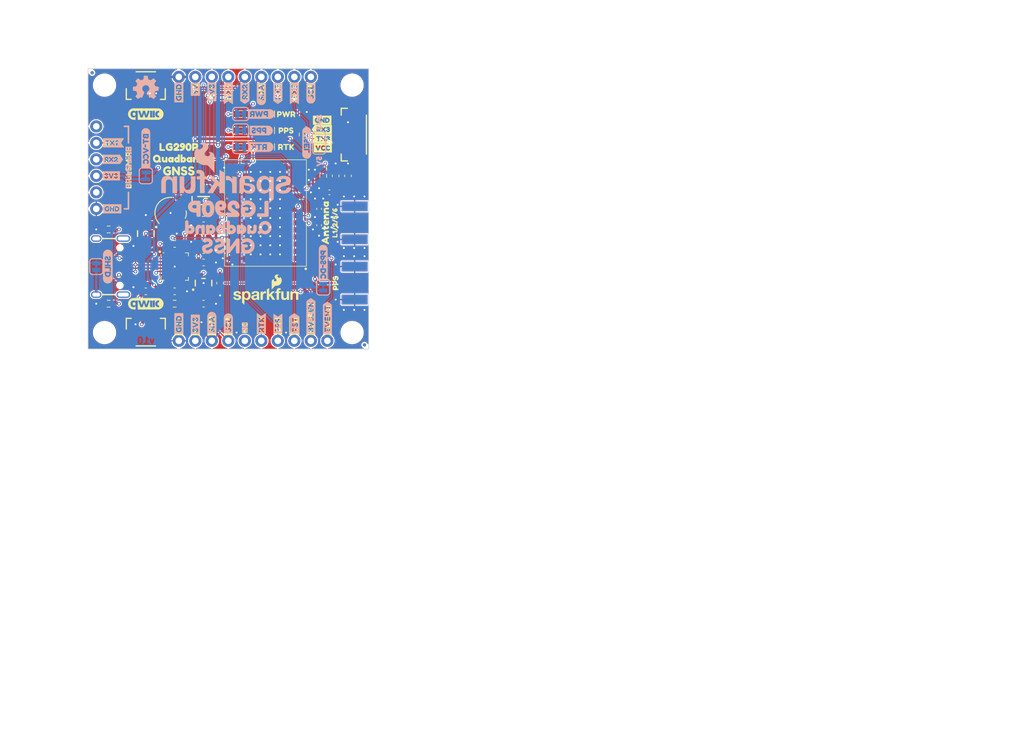
<source format=kicad_pcb>
(kicad_pcb (version 20240108) (generator "pcbnew") (generator_version "8.0")
  (title_block (comment 1 "Designed by: N. Seidle"))
  (layers (0 "F.Cu" signal) (1 "In1.Cu" signal) (2 "In2.Cu" power) (31 "B.Cu" jumper) (34 "B.Paste" user) (35 "F.Paste" user) (36 "B.SilkS" user "B.Silkscreen") (37 "F.SilkS" user "F.Silkscreen") (38 "B.Mask" user) (39 "F.Mask" user) (44 "Edge.Cuts" user))
  (net 0 "")
  (net 1 "GND")
  (net 3 "VCC_RF")
  (net 4 "V_BCKP")
  (net 5 "5V")
  (net 6 "ANT_IN")
  (net 7 "PPS")
  (net 8 "RTK_STAT")
  (net 9 "RXD1")
  (net 10 "TXD1")
  (net 11 "RXD2")
  (net 12 "TXD2")
  (net 13 "TXD3")
  (net 14 "RXD3")
  (net 15 "EVENT")
  (net 16 "~{RESET}")
  (net 17 "3.3V")
  (net 18 "Net-(C3-Pad1)")
  (net 19 "Net-(D3-A2)")
  (net 20 "Net-(U1-I{slash}O4)")
  (net 24 "Net-(J3-In)")
  (net 25 "Net-(J1-SHIELD)")
  (net 26 "Net-(U1-I{slash}O3)")
  (net 32 "Net-(D5-PadC)")
  (net 33 "Net-(D1-A)")
  (net 34 "Net-(D2-A)")
  (net 35 "Net-(D4-A)")
  (net 36 "Net-(F1-Pad1)")
  (net 37 "Net-(J1-CC2)")
  (net 38 "Net-(J1-CC1)")
  (net 39 "Net-(JP2-A)")
  (net 40 "Net-(JP3-A)")
  (net 41 "Net-(JP5-A)")
  (net 48 "Net-(J2-Pin_4)")
  (net 49 "SCL")
  (net 51 "SDA")
  (net 53 "3V3_EN")
  (net 56 "Net-(J8-Pin_3)")
  (net 57 "Net-(J8-Pin_1)")
  (net 74 "Net-(U4-V3)")
  (footprint "kibuzzard-66C9493A" (layer "F.Cu") (at 149.225 88.138)
    (property "Reference" "kibuzzard-66C9493A" (hide yes))
    (property "Value" "G***" (hide yes))
  )
  (footprint "kibuzzard-64C2E6A3" (layer "F.Cu") (at 165.750875 81.316195)
    (property "Reference" "kibuzzard-64C2E6A3" (hide yes))
    (property "Value" "G***" (hide yes))
  )
  (footprint "SparkFun-LED:LED_0603_1608Metric_Yellow" (layer "F.Cu") (at 162.56 83.82 180)
    (property "Reference" "D4")
    (property "Value" "Yellow")
  )
  (footprint "SparkFun-Connector:1x06" (layer "F.Cu") (at 136.525 83.185 -90)
    (property "Reference" "J2")
    (property "Value" "Conn_01x06")
  )
  (footprint "kibuzzard-66CB3C73" (layer "F.Cu") (at 171.224582 83.660678)
    (property "Reference" "kibuzzard-66CB3C73" (hide yes))
    (property "Value" "G***" (hide yes))
  )
  (footprint "SparkFun-Aesthetic:Fiducial_0.5mm_Mask1mm" (layer "F.Cu") (at 135.89 74.93)
    (property "Reference" "FID3")
    (property "Value" "Fiducial_0.5mm")
  )
  (footprint "kibuzzard-66CAA8C4" (layer "F.Cu") (at 139.065 88.265)
    (property "Reference" "kibuzzard-66CAA8C4" (hide yes))
    (property "Value" "G***" (hide yes))
  )
  (footprint "kibuzzard-66CAA432" (layer "F.Cu") (at 149.224832 113.736388 90)
    (property "Reference" "kibuzzard-66CAA432" (hide yes))
    (property "Value" "G***" (hide yes))
  )
  (footprint "SparkFun-Resistor:R_0603_1608Metric" (layer "F.Cu") (at 168.275 84.455 90)
    (property "Reference" "R8")
    (property "Value" "1k")
  )
  (footprint "SparkFun-Resistor:R_0603_1608Metric" (layer "F.Cu") (at 158.75 86.36)
    (property "Reference" "R3")
    (property "Value" "1k")
  )
  (footprint "SparkFun-Capacitor:C_0603_1608Metric" (layer "F.Cu") (at 153.035 92.71 180)
    (property "Reference" "D7")
    (property "Value" "PESD0603-240")
  )
  (footprint "SparkFun-Capacitor:C_0603_1608Metric" (layer "F.Cu") (at 153.035 102.235)
    (property "Reference" "C5")
    (property "Value" "0.1uF")
  )
  (footprint "SparkFun-Aesthetic:qwiic_5.5mm" (layer "F.Cu") (at 144.145 81.28)
    (property "Reference" "G***" (hide yes))
    (property "Value" "LOGO" (hide yes))
  )
  (footprint "kibuzzard-66CAA426" (layer "F.Cu") (at 151.768804 113.856059 90)
    (property "Reference" "kibuzzard-66CAA426" (hide yes))
    (property "Value" "G***" (hide yes))
  )
  (footprint "SparkFun-Connector:USB-C_16" (layer "F.Cu") (at 141.605 104.775 -90)
    (property "Reference" "J1")
    (property "Value" "USB_C_Receptacle")
  )
  (footprint "SparkFun-Hardware:Standoff" (layer "F.Cu") (at 175.895 114.935)
    (property "Reference" "ST2")
    (property "Value" "Standoff")
  )
  (footprint "kibuzzard-66CB3BFF" (layer "F.Cu") (at 164.465 113.665 90)
    (property "Reference" "kibuzzard-66CB3BFF" (hide yes))
    (property "Value" "G***" (hide yes))
  )
  (footprint "SparkFun-Capacitor:C_0603_1608Metric" (layer "F.Cu") (at 153.035 98.425 180)
    (property "Reference" "C9")
    (property "Value" "1.0uF")
  )
  (footprint "kibuzzard-66CAAA64" (layer "F.Cu") (at 169.545 78.105 90)
    (property "Reference" "kibuzzard-66CAAA64" (hide yes))
    (property "Value" "G***" (hide yes))
  )
  (footprint "kibuzzard-64C2E6BD" (layer "F.Cu") (at 165.735 83.82)
    (property "Reference" "kibuzzard-64C2E6BD" (hide yes))
    (property "Value" "G***" (hide yes))
  )
  (footprint "SparkFun-Connector:1x09" (layer "F.Cu") (at 169.545 75.565 180)
    (property "Reference" "J6")
    (property "Value" "Conn_01x09")
  )
  (footprint "kibuzzard-64C2EB16" (layer "F.Cu") (at 171.772014 98.044059 90)
    (property "Reference" "kibuzzard-64C2EB16" (hide yes))
    (property "Value" "G***" (hide yes))
  )
  (footprint "SparkFun-Semiconductor-Standard:SOD-323" (layer "F.Cu") (at 153.035 94.615)
    (property "Reference" "D5")
    (property "Value" "PMEG4005EJ")
  )
  (footprint "SparkFun-Connector:JST_SMD_1.25mm-4_Locking" (layer "F.Cu") (at 177.165 84.455 90)
    (property "Reference" "J8")
    (property "Value" "JST_Locking_4")
  )
  (footprint "SparkFun-Resistor:R_0603_1608Metric" (layer "F.Cu") (at 138.43 99.06 180)
    (property "Reference" "R2")
    (property "Value" "5.1k")
  )
  (footprint "SparkFun-Resistor:R_0603_1608Metric" (layer "F.Cu") (at 158.75 83.82)
    (property "Reference" "R5")
    (property "Value" "2.2k")
  )
  (footprint "SparkFun-LED:LED_0603_1608Metric_Red" (layer "F.Cu") (at 162.56 81.28 180)
    (property "Reference" "D1")
    (property "Value" "Red")
  )
  (footprint "SparkFun-Resistor:R_0603_1608Metric" (layer "F.Cu") (at 158.75 81.28)
    (property "Reference" "R4")
    (property "Value" "4.7k")
  )
  (footprint "SparkFun-Capacitor:C_0603_1608Metric" (layer "F.Cu") (at 153.035 104.14)
    (property "Reference" "C2")
    (property "Value" "10uF")
  )
  (footprint "SparkFun-LED:LED_0603_1608Metric_White" (layer "F.Cu") (at 162.56 86.36 180)
    (property "Reference" "D2")
    (property "Value" "White")
  )
  (footprint "kibuzzard-66CAA834" (layer "F.Cu") (at 173.355 107.315 90)
    (property "Reference" "kibuzzard-66CAA834" (hide yes))
    (property "Value" "G***" (hide yes))
  )
  (footprint "SparkFun-Aesthetic:Fiducial_0.5mm_Mask1mm" (layer "F.Cu") (at 177.8 116.84)
    (property "Reference" "FID4")
    (property "Value" "Fiducial_0.5mm")
  )
  (footprint "SparkFun-Capacitor:C_0402_1005Metric" (layer "F.Cu") (at 170.815 98.425 90)
    (property "Reference" "D3")
    (property "Value" "PESD0402")
  )
  (footprint "kibuzzard-66CB3A22" (layer "F.Cu") (at 138.938 95.885)
    (property "Reference" "kibuzzard-66CB3A22" (hide yes))
    (property "Value" "G***" (hide yes))
  )
  (footprint "kibuzzard-66CB3C6B" (layer "F.Cu") (at 171.192536 85.089428)
    (property "Reference" "kibuzzard-66CB3C6B" (hide yes))
    (property "Value" "G***" (hide yes))
  )
  (footprint "SparkFun-Connector:SMA_Edge" (layer "F.Cu") (at 176.276 98.044 -90)
    (property "Reference" "J5")
    (property "Value" "SMA_Edge")
  )
  (footprint "kibuzzard-66CAA41A" (layer "F.Cu") (at 154.305 113.572351 90)
    (property "Reference" "kibuzzard-66CAA41A" (hide yes))
    (property "Value" "G***" (hide yes))
  )
  (footprint "SparkFun-Connector:1x04" (layer "F.Cu") (at 149.225 116.205)
    (property "Reference" "J9")
    (property "Value" "I2C")
  )
  (footprint "kibuzzard-66CB37CC" (layer "F.Cu") (at 171.374129 86.512693)
    (property "Reference" "kibuzzard-66CB37CC" (hide yes))
    (property "Value" "G***" (hide yes))
  )
  (footprint "SparkFun-Resistor:R_0603_1608Metric" (layer "F.Cu") (at 138.43 110.49 180)
    (property "Reference" "R1")
    (property "Value" "5.1k")
  )
  (footprint "SparkFun-Connector:JST_SMD_1.0mm-4_RA" (layer "F.Cu") (at 144.145 79.375 180)
    (property "Reference" "J7")
    (property "Value" "Qwiic_RA")
  )
  (footprint "SparkFun-Hardware:Standoff" (layer "F.Cu") (at 175.895 76.835)
    (property "Reference" "ST1")
    (property "Value" "Standoff")
  )
  (footprint "SparkFun-Aesthetic:qwiic_5.5mm" (layer "F.Cu") (at 144.145 110.49)
    (property "Reference" "G***" (hide yes))
    (property "Value" "LOGO" (hide yes))
  )
  (footprint "LG290P:Quectel_LG290P" (layer "F.Cu") (at 162.56 96.52 180)
    (property "Reference" "U3")
    (property "Value" "LG290P")
  )
  (footprint "SparkFun-Semiconductor-Standard:SOT23-5" (layer "F.Cu") (at 153.035 107.315 90)
    (property "Reference" "U2")
    (property "Value" "RT9080-3.3")
  )
  (footprint "SparkFun-Capacitor:C_0603_1608Metric" (layer "F.Cu") (at 173.355 90.805 90)
    (property "Reference" "C4")
    (property "Value" "100pF")
  )
  (footprint "SparkFun-Aesthetic:SparkFun_Logo_10mm" (layer "F.Cu") (at 162.56 109.22)
    (property "Reference" "G***")
    (property "Value" "LOGO" (hide yes))
  )
  (footprint "SparkFun-Capacitor:C_0603_1608Metric" (layer "F.Cu") (at 153.035 100.33 180)
    (property "Reference" "C8")
    (property "Value" "33pF")
  )
  (footprint "SparkFun-Fuse:1206" (layer "F.Cu") (at 144.145 104.775 90)
    (property "Reference" "F1")
    (property "Value" "6V/0.75A/1.5A")
  )
  (footprint "kibuzzard-66CB37A9" (layer "F.Cu") (at 149.225 77.978 90)
    (property "Reference" "kibuzzard-66CB37A9" (hide yes))
    (property "Value" "G***" (hide yes))
  )
  (footprint "kibuzzard-66CAA9AE" (layer "F.Cu") (at 154.305 77.851 90)
    (property "Reference" "kibuzzard-66CAA9AE" (hide yes))
    (property "Value" "G***" (hide yes))
  )
  (footprint "SparkFun-Connector:1x06" (layer "F.Cu") (at 159.385 116.205)
    (property "Reference" "J10")
    (property "Value" "Conn_01x06")
  )
  (footprint "kibuzzard-66CAAA3A" (layer "F.Cu") (at 164.465 78.105 90)
    (property "Reference" "kibuzzard-66CAAA3A" (hide yes))
    (property "Value" "G***" (hide yes))
  )
  (footprint "SparkFun-Capacitor:C_0603_1608Metric" (layer "F.Cu") (at 155.575 107.315 90)
    (property "Reference" "D6")
    (property "Value" "PESD0603-240")
  )
  (footprint "SparkFun-Capacitor:C_0603_1608Metric" (layer "F.Cu") (at 148.59 108.585)
    (property "Reference" "C7")
    (property "Value" "1.0uF")
  )
  (footprint "SparkFun-Connector:SMA_Edge" (layer "F.Cu") (at 176.276 107.315 -90)
    (property "Reference" "J3")
    (property "Value" "SMA_Edge")
  )
  (footprint "kibuzzard-66CB3C14" (layer "F.Cu") (at 161.925 113.538 90)
    (property "Reference" "kibuzzard-66CB3C14" (hide yes))
    (property "Value" "G***" (hide yes))
  )
  (footprint "kibuzzard-66CAA594" (layer "F.Cu") (at 156.845 113.665 90)
    (property "Reference" "kibuzzard-66CAA594" (hide yes))
    (property "Value" "G***" (hide yes))
  )
  (footprint "SparkFun-Semiconductor-Standard:QFN-24-1EP_4x4mm_P0.5mm_EP2.7x2.7mm" (layer "F.Cu") (at 148.59 104.775)
    (property "Reference" "U4")
    (property "Value" "CH342F")
  )
  (footprint "kibuzzard-66CAA70F" (layer "F.Cu") (at 167.005 113.665 90)
    (property "Reference" "kibuzzard-66CAA70F" (hide yes))
    (property "Value" "G***" (hide yes))
  )
  (footprint "SparkFun-Capacitor:C_0603_1608Metric" (layer "F.Cu") (at 148.59 101.2825 180)
    (property "Reference" "C10")
    (property "Value" "0.1uF")
  )
  (footprint "SparkFun-Capacitor:C_0402_1005Metric" (layer "F.Cu") (at 170.815 95.885 90)
    (property "Reference" "C6")
    (property "Value" "100pF")
  )
  (footprint "kibuzzard-66CAA8E9" (layer "F.Cu") (at 138.811 90.805)
    (property "Reference" "kibuzzard-66CAA8E9" (hide yes))
    (property "Value" "G***" (hide yes))
  )
  (footprint "kibuzzard-66CAA8D8" (layer "F.Cu") (at 139.192 85.725)
    (property "Reference" "kibuzzard-66CAA8D8" (hide yes))
    (property "Value" "G***" (hide yes))
  )
  (footprint "SparkFun-Connector:JST_SMD_1.0mm-4_RA" (layer "F.Cu") (at 144.145 112.395)
    (property "Reference" "J4")
    (property "Value" "Qwiic_RA")
  )
  (footprint "kibuzzard-6501FDDA" (layer "F.Cu") (at 141.478 89.535 90)
    (property "Reference" "kibuzzard-6501FDDA" (hide yes))
    (property "Value" "G***" (hide yes))
  )
  (footprint "kibuzzard-66CB37D7" (layer "F.Cu") (at 171.29125 82.2325)
    (property "Reference" "kibuzzard-66CB37D7" (hide yes))
    (property "Value" "G***" (hide yes))
  )
  (footprint "SparkFun-Semiconductor-Standard:SOT23-6" (layer "F.Cu") (at 144.145 99.695 -90)
    (property "Reference" "U1")
    (property "Value" "DT1042-04SO")
  )
  (footprint "kibuzzard-66CAA7D2" (layer "F.Cu") (at 169.545 112.522 90)
    (property "Reference" "kibuzzard-66CAA7D2" (hide yes))
    (property "Value" "G***" (hide yes))
  )
  (footprint "kibuzzard-66C94934" (layer "F.Cu") (at 149.225 86.36)
    (property "Reference" "kibuzzard-66C94934" (hide yes))
    (property "Value" "G***" (hide yes))
  )
  (footprint "SparkFun-Resistor:R_0603_1608Metric" (layer "F.Cu") (at 171.45 90.805 -90)
    (property "Reference" "R6")
    (property "Value" "10")
  )
  (footprint "kibuzzard-66CB3B05" (layer "F.Cu") (at 161.925 78.232 90)
    (property "Reference" "kibuzzard-66CB3B05" (hide yes))
    (property "Value" "G***" (hide yes))
  )
  (footprint "SparkFun-Capacitor:C_0603_1608Metric" (layer "F.Cu") (at 153.035 110.49)
    (property "Reference" "C1")
    (property "Value" "0.1uF")
  )
  (footprint "kibuzzard-64C2E6D6" (layer "F.Cu") (at 165.735 86.36)
    (property "Reference" "kibuzzard-64C2E6D6" (hide yes))
    (property "Value" "G***" (hide yes))
  )
  (footprint "SparkFun-Battery:ML414H_IV01E" (layer "F.Cu") (at 147.955 96.52)
    (property "Reference" "BT1")
    (property "Value" "6.8mm_ML414H")
  )
  (footprint "kibuzzard-66CAA7B2" (layer "F.Cu") (at 172.085 112.776 90)
    (property "Reference" "kibuzzard-66CAA7B2" (hide yes))
    (property "Value" "G***" (hide yes))
  )
  (footprint "kibuzzard-66CAA9A5" (layer "F.Cu") (at 151.765 77.47 90)
    (property "Reference" "kibuzzard-66CAA9A5" (hide yes))
    (property "Value" "G***" (hide yes))
  )
  (footprint "SparkFun-Capacitor:C_0603_1608Metric" (layer "F.Cu") (at 144.145 108.585)
    (property "Reference" "C13")
    (property "Value" "1.0uF")
  )
  (footprint "kibuzzard-64D296AE" (layer "F.Cu") (at 149.225 90.043)
    (property "Reference" "kibuzzard-64D296AE" (hide yes))
    (property "Value" "G***" (hide yes))
  )
  (footprint "SparkFun-Resistor:R_0603_1608Metric" (layer "F.Cu") (at 148.59 110.49)
    (property "Reference" "R9")
    (property "Value" "100k")
  )
  (footprint "SparkFun-Capacitor:C_0603_1608Metric" (layer "F.Cu") (at 175.26 90.805 90)
    (property "Reference" "C3")
    (property "Value" "0.1uF")
  )
  (footprint "SparkFun-Capacitor:C_0402_1005Metric" (layer "F.Cu") (at 172.4025 93.345 180)
    (property "Reference" "L1")
    (property "Value" "68nH")
  )
  (footprint "SparkFun-Aesthetic:Creative_Commons_License" (layer "F.Cu") (at 232.41 159.385)
    (property "Reference" "G1" (hide yes))
    (property "Value" "OSHW_Logo" (hide yes))
  )
  (footprint "SparkFun-Hardware:Standoff" (layer "F.Cu") (at 137.795 76.835)
    (property "Reference" "ST3")
    (property "Value" "Standoff")
  )
  (footprint "kibuzzard-66CAAA42" (layer "F.Cu") (at 167.005 78.105 90)
    (property "Reference" "kibuzzard-66CAAA42" (hide yes))
    (property "Value" "G***" (hide yes))
  )
  (footprint "kibuzzard-66CAA9E1" (layer "F.Cu") (at 159.385 78.105 90)
    (property "Reference" "kibuzzard-66CAA9E1" (hide yes))
    (property "Value" "G***" (hide yes))
  )
  (footprint "kibuzzard-66CAA9CC" (layer "F.Cu") (at 156.845 78.105 90)
    (property "Reference" "kibuzzard-66CAA9CC" (hide yes))
    (property "Value" "G***" (hide yes))
  )
  (footprint "kibuzzard-66CB39E1" (layer "F.Cu") (at 159.385 114.173 90)
    (property "Reference" "kibuzzard-66CB39E1" (hide yes))
    (property "Value" "G***" (hide yes))
  )
  (footprint "SparkFun-Resistor:R_0603_1608Metric" (layer "F.Cu") (at 153.035 96.52)
    (property "Reference" "R7")
    (property "Value" "1k")
  )
  (footprint "kibuzzard-66C94943" (layer "F.Cu") (at 173.244553 98.037545 90)
    (property "Reference" "kibuzzard-66C94943" (hide yes))
    (property "Value" "G***" (hide yes))
  )
  (footprint "SparkFun-Hardware:Standoff" (layer "F.Cu") (at 137.795 114.935)
    (property "Reference" "ST4")
    (property "Value" "Standoff")
  )
  (footprint "kibuzzard-66CAA9AE" (layer "B.Cu") (at 154.305 77.851 -90)
    (property "Reference" "kibuzzard-66CAA9AE" (hide yes))
    (property "Value" "G***" (hide yes))
  )
  (footprint "kibuzzard-66CB8004" (layer "B.Cu") (at 171.45 104.14 -90)
    (property "Reference" "kibuzzard-66CB8004" (hide yes))
    (property "Value" "G***" (hide yes))
  )
  (footprint "SparkFun-Jumper:Jumper_3_NC-1_Trace" (layer "B.Cu") (at 170.815 85.725 -90)
    (property "Reference" "JP4")
    (property "Value" "VSEL")
  )
  (footprint "kibuzzard-66CAA426" (layer "B.Cu") (at 151.765 113.665 -90)
    (property "Reference" "kibuzzard-66CAA426" (hide yes))
    (property "Value" "G***" (hide yes))
  )
  (footprint "kibuzzard-66CB38B8" (layer "B.Cu") (at 164.465 78.105 -90)
    (property "Reference" "kibuzzard-66CB38B8" (hide yes))
    (property "Value" "G***" (hide yes))
  )
  (footprint "SparkFun-Jumper:Jumper_2_NC_Trace" (layer "B.Cu") (at 158.75 83.82)
    (property "Reference" "JP3")
    (property "Value" "PPS")
  )
  (footprint "kibuzzard-66C94FCB" (layer "B.Cu") (at 156.845 98.7425 180)
    (property "Reference" "kibuzzard-66C94FCB" (hide yes))
    (property "Value" "G***" (hide yes))
  )
  (footprint "kibuzzard-64C3DF93" (layer "B.Cu") (at 138.298792 104.775 -90)
    (property "Reference" "kibuzzard-64C3DF93" (hide yes))
    (property "Value" "G***" (hide yes))
  )
  (footprint "SparkFun-Jumper:Jumper_2_NC_Trace" (layer "B.Cu") (at 136.52125 104.775 -90)
    (property "Reference" "JP7")
    (property "Value" "~")
  )
  (footprint "kibuzzard-64CB1658" (layer "B.Cu") (at 161.925 83.82 180)
    (property "Reference" "kibuzzard-64CB1658" (hide yes))
    (property "Value" "G***" (hide yes))
  )
  (footprint "kibuzzard-66CAA8ED" (layer "B.Cu") (at 138.811 90.805 180)
    (property "Reference" "kibuzzard-66CAA8ED" (hide yes))
    (property "Value" "G***" (hide yes))
  )
  (footprint "kibuzzard-64CB1646" (layer "B.Cu") (at 161.925 81.28 180)
    (property "Reference" "kibuzzard-64CB1646" (hide yes))
    (property "Value" "G***" (hide yes))
  )
  (footprint "kibuzzard-66CB3B7A" (layer "B.Cu") (at 156.845 113.538 -90)
    (property "Reference" "kibuzzard-66CB3B7A" (hide yes))
    (property "Value" "G***" (hide yes))
  )
  (footprint "kibuzzard-66CB37A9" (layer "B.Cu") (at 149.225 77.978 -90)
    (property "Reference" "kibuzzard-66CB37A9" (hide yes))
    (property "Value" "G***" (hide yes))
  )
  (footprint "kibuzzard-66CB3A29" (layer "B.Cu") (at 138.938 95.885 180)
    (property "Reference" "kibuzzard-66CB3A29" (hide yes))
    (property "Value" "G***" (hide yes))
  )
  (footprint "kibuzzard-66CBD5AE" (layer "B.Cu") (at 156.845 95.885 180)
    (property "Reference" "kibuzzard-66CBD5AE" (hide yes))
    (property "Value" "G***" (hide yes))
  )
  (footprint "kibuzzard-66CAA8D1" (layer "B.Cu") (at 139.065 88.265 180)
    (property "Reference" "kibuzzard-66CAA8D1" (hide yes))
    (property "Value" "G***" (hide yes))
  )
  (footprint "SparkFun-Jumper:Jumper_2_NC_Trace" (layer "B.Cu") (at 144.145 90.805 90)
    (property "Reference" "JP1")
    (property "Value" "BT-VCC")
  )
  (footprint "SparkFun-Aesthetic:Fiducial_0.5mm_Mask1mm" (layer "B.Cu") (at 135.89 74.93 180)
    (property "Reference" "FID2")
    (property "Value" "Fiducial_0.5mm")
  )
  (footprint "SparkFun-Aesthetic:Fiducial_0.5mm_Mask1mm" (layer "B.Cu") (at 177.8 116.84 180)
    (property "Reference" "FID1")
    (property "Value" "Fiducial_0.5mm")
  )
  (footprint "SparkFun-Aesthetic:SparkFun_Logo_20mm" (layer "B.Cu") (at 156.845 92.075 180)
    (property "Reference" "G***" (hide yes))
    (property "Value" "LOGO" (hide yes))
  )
  (footprint "kibuzzard-66CB3BAB" (layer "B.Cu") (at 161.925 113.538 -90)
    (property "Reference" "kibuzzard-66CB3BAB" (hide yes))
    (property "Value" "G***" (hide yes))
  )
  (footprint "kibuzzard-66CB3BD0" (layer "B.Cu") (at 172.085 112.649 -90)
    (property "Reference" "kibuzzard-66CB3BD0" (hide yes))
    (property "Value" "G***" (hide yes))
  )
  (footprint "kibuzzard-66CB3887" (layer "B.Cu") (at 156.845 78.105 -90)
    (property "Reference" "kibuzzard-66CB3887" (hide yes))
    (property "Value" "G***" (hide yes))
  )
  (footprint "kibuzzard-66CAA432" (layer "B.Cu") (at 149.224832 113.538 -90)
    (property "Reference" "kibuzzard-66CAA432" (hide yes))
    (property "Value" "G***" (hide yes))
  )
  (footprint "SparkFun-Aesthetic:OSHW_Logo_4mm" (layer "B.Cu") (at 144.145 77.386 180)
    (property "Reference" "Ref**" (hide yes))
    (property "Value" "Val**" (hide yes))
  )
  (footprint "kibuzzard-650880E6" (layer "B.Cu") (at 156.845 101.6 180)
    (property "Reference" "kibuzzard-650880E6" (hide yes))
    (property "Value" "G***" (hide yes))
  )
  (footprint "kibuzzard-66CB830B" (layer "B.Cu") (at 170.815 88.5825 -90)
    (property "Reference" "kibuzzard-66CB830B" (hide yes))
    (property "Value" "G***" (hide yes))
  )
  (footprint "kibuzzard-66CB3AEE" (layer "B.Cu") (at 161.925 78.232 -90)
    (property "Reference" "kibuzzard-66CB3AEE" (hide yes))
    (property "Value" "G***" (hide yes))
  )
  (footprint "kibuzzard-66CAA8DF" (layer "B.Cu") (at 139.192 85.725 180)
    (property "Reference" "kibuzzard-66CAA8DF" (hide yes))
    (property "Value" "G***" (hide yes))
  )
  (footprint "kibuzzard-66CB38C4" (layer "B.Cu") (at 167.005 78.105 -90)
    (property "Reference" "kibuzzard-66CB38C4" (hide yes))
    (property "Value" "G***" (hide yes))
  )
  (footprint "kibuzzard-66CB3BB4" (layer "B.Cu") (at 164.465 113.538 -90)
    (property "Reference" "kibuzzard-66CB3BB4" (hide yes))
    (property "Value" "G***" (hide yes))
  )
  (footprint "kibuzzard-66CB3BC8" (layer "B.Cu") (at 169.545 112.395 -90)
    (property "Reference" "kibuzzard-66CB3BC8" (hide yes))
    (property "Value" "G***" (hide yes))
  )
  (footprint "kibuzzard-66CB3BBD" (layer "B.Cu") (at 167.005 113.538 -90)
    (property "Reference" "kibuzzard-66CB3BBD" (hide yes))
    (property "Value" "G***" (hide yes))
  )
  (footprint "kibuzzard-66CB7E2C" (layer "B.Cu") (at 144.145 86.487 -90)
    (property "Reference" "kibuzzard-66CB7E2C" (hide yes))
    (property "Value" "G***" (hide yes))
  )
  (footprint "SparkFun-Jumper:Jumper_2_NC_Trace" (layer "B.Cu") (at 158.75 81.28)
    (property "Reference" "JP2")
    (property "Value" "PWR")
  )
  (footprint "kibuzzard-64C2E728" (layer "B.Cu") (at 161.925 86.36 180)
    (property "Reference" "kibuzzard-64C2E728" (hide yes))
    (property "Value" "G***" (hide yes))
  )
  (footprint "kibuzzard-66CB82FB" (layer "B.Cu") (at 170.815 82.55 -90)
    (property "Reference" "kibuzzard-66CB82FB" (hide yes))
    (property "Value" "G***" (hide yes))
  )
  (footprint "kibuzzard-66CB3B6E" (layer "B.Cu") (at 154.305 113.411 -90)
    (property "Reference" "kibuzzard-66CB3B6E" (hide yes))
    (property "Value" "G***" (hide yes))
  )
  (footprint "kibuzzard-6501FDDA" (layer "B.Cu") (at 141.478 89.535 -90)
    (property "Reference" "kibuzzard-6501FDDA" (hide yes))
    (property "Value" "G***" (hide yes))
  )
  (footprint "kibuzzard-66CB829C" (layer "B.Cu") (at 168.91 85.725 -90)
    (property "Reference" "kibuzzard-66CB829C" (hide yes))
    (property "Value" "G***" (hide yes))
  )
  (footprint "kibuzzard-66CB3899" (layer "B.Cu") (at 159.385 78.105 -90)
    (property "Reference" "kibuzzard-66CB3899" (hide yes))
    (property "Value" "G***" (hide yes))
  )
  (footprint "kibuzzard-66CB39E1" (layer "B.Cu") (at 159.385 114.173 -90)
    (property "Reference" "kibuzzard-66CB39E1" (hide yes))
    (property "Value" "G***" (hide yes))
  )
  (footprint "kibuzzard-66CB3AB2" (layer "B.Cu") (at 169.545 78.105 -90)
    (property "Reference" "kibuzzard-66CB3AB2" (hide yes))
    (property "Value" "G***" (hide yes))
  )
  (footprint "SparkFun-Jumper:Jumper_2_NC_Trace" (layer "B.Cu") (at 171.45 107.95 -90)
    (property "Reference" "JP6")
    (property "Value" "PPS-DC")
  )
  (footprint "kibuzzard-66CAA9A5" (layer "B.Cu") (at 151.765 77.47 -90)
    (property "Reference" "kibuzzard-66CAA9A5" (hide yes))
    (property "Value" "G***" (hide yes))
  )
  (footprint "SparkFun-Jumper:Jumper_2_NC_Trace" (layer "B.Cu") (at 158.75 86.36)
    (property "Reference" "JP5")
    (property "Value" "RTK")
  )
  (gr_line (start 141.478 95.885) (end 140.843 95.885) (stroke (width 0.2032)) (layer "B.SilkS"))
  (gr_line (start 141.478 93.345) (end 141.478 95.885) (stroke (width 0.2032)) (layer "B.SilkS"))
  (gr_line (start 141.478 83.185) (end 140.843 83.185) (stroke (width 0.2032)) (layer "B.SilkS"))
  (gr_line (start 141.478 85.725) (end 141.478 83.185) (stroke (width 0.2032)) (layer "B.SilkS"))
  (gr_line (start 140.843 95.885) (end 141.478 95.885) (stroke (width 0.2032)) (layer "F.SilkS"))
  (gr_line (start 140.843 83.185) (end 141.478 83.185) (stroke (width 0.2032)) (layer "F.SilkS"))
  (gr_line (start 141.478 95.885) (end 141.478 93.345) (stroke (width 0.2032)) (layer "F.SilkS"))
  (gr_line (start 141.478 83.185) (end 141.478 85.725) (stroke (width 0.2032)) (layer "F.SilkS"))
  (gr_rect (start 135.255 74.295) (end 178.435 117.475) (stroke (width 0.1)) (fill none) (layer "Edge.Cuts"))
  (gr_text "v10" (at 144.145 116.205 0) (layer "B.Cu" knockout) (effects (font (size 1 1) (thickness 0.25) (bold yes)) (justify mirror)))
  (segment (start 163.3 94.4) (end 164.8 94.4) (width 0.4064) (layer "F.Cu") (net 1))
  (segment (start 163.3 102.9) (end 164.8 102.9) (width 0.4064) (layer "F.Cu") (net 1))
  (segment (start 148.9075 99.695) (end 149.365 100.1525) (width 0.1524) (layer "F.Cu") (net 1))
  (segment (start 161.8 97.3) (end 162.56 97.3) (width 0.4064) (layer "F.Cu") (net 1))
  (segment (start 162.56 96.52) (end 162.56 95.8) (width 0.4064) (layer "F.Cu") (net 1))
  (segment (start 162.56 98.7) (end 163.3 98.7) (width 0.4064) (layer "F.Cu") (net 1))
  (segment (start 160.3 101.5) (end 161.8 101.5) (width 0.4064) (layer "F.Cu") (net 1))
  (segment (start 161.8 90.2) (end 163.3 90.2) (width 0.4064) (layer "F.Cu") (net 1))
  (segment (start 160.3 93) (end 161.8 93) (width 0.4064) (layer "F.Cu") (net 1))
  (segment (start 157.51 103.52) (end 157.51 104.4275) (width 0.4064) (layer "F.Cu") (net 1))
  (segment (start 168.895 89.52) (end 169.2275 89.8525) (width 0.4064) (layer "F.Cu") (net 1))
  (segment (start 161.8 101.5) (end 163.3 101.5) (width 0.4064) (layer "F.Cu") (net 1))
  (segment (start 159.46 103.52) (end 159.56 103.62) (width 0.4064) (layer "F.Cu") (net 1))
  (segment (start 164.06 96.52) (end 164.06 95.8875) (width 0.4064) (layer "F.Cu") (net 1))
  (segment (start 161.06 98.02) (end 161.06 98.6125) (width 0.4064) (layer "F.Cu") (net 1))
  (segment (start 160.3 94.4) (end 161.8 94.4) (width 0.4064) (layer "F.Cu") (net 1))
  (segment (start 164.1475 98.7) (end 164.8 98.7) (width 0.4064) (layer "F.Cu") (net 1))
  (segment (start 164.06 95.8875) (end 164.1475 95.8) (width 0.4064) (layer "F.Cu") (net 1))
  (segment (start 164.1475 95.8) (end 164.8 95.8) (width 0.4064) (layer "F.Cu") (net 1))
  (segment (start 162.56 96.52) (end 162.56 97.3) (width 0.4064) (layer "F.Cu") (net 1))
  (segment (start 160.3 102.9) (end 161.8 102.9) (width 0.4064) (layer "F.Cu") (net 1))
  (segment (start 161.06 98.02) (end 161.06 97.2125) (width 0.4064) (layer "F.Cu") (net 1))
  (segment (start 164.06 98.02) (end 164.06 97.2125) (width 0.4064) (layer "F.Cu") (net 1))
  (segment (start 149.365 100.1525) (end 149.365 101.2825) (width 0.1524) (layer "F.Cu") (net 1))
  (segment (start 164.06 97.2125) (end 164.1475 97.3) (width 0.4064) (layer "F.Cu") (net 1))
  (segment (start 161.06 98.6125) (end 160.9725 98.7) (width 0.4064) (layer "F.Cu") (net 1))
  (segment (start 163.3 100.1) (end 164.8 100.1) (width 0.4064) (layer "F.Cu") (net 1))
  (segment (start 160.9725 97.3) (end 161.8 97.3) (width 0.4064) (layer "F.Cu") (net 1))
  (segment (start 160.3 100.1) (end 161.8 100.1) (width 0.4064) (layer "F.Cu") (net 1))
  (segment (start 160.9725 90.2) (end 161.8 90.2) (width 0.4064) (layer "F.Cu") (net 1))
  (segment (start 161.06 96.52) (end 161.06 97.2125) (width 0.4064) (layer "F.Cu") (net 1))
  (segment (start 160.3 91.6) (end 161.8 91.6) (width 0.4064) (layer "F.Cu") (net 1))
  (segment (start 167.61 89.52) (end 165.56 89.52) (width 0.4064) (layer "F.Cu") (net 1))
  (segment (start 161.06 96.52) (end 161.06 95.8875) (width 0.4064) (layer "F.Cu") (net 1))
  (segment (start 141.265 101.55) (end 142.19 101.55) (width 0.4064) (layer "F.Cu") (net 1))
  (segment (start 163.3 90.2) (end 164.8 90.2) (width 0.4064) (layer "F.Cu") (net 1))
  (segment (start 161.8 102.9) (end 163.3 102.9) (width 0.4064) (layer "F.Cu") (net 1))
  (segment (start 163.3 101.5) (end 164.8 101.5) (width 0.4064) (layer "F.Cu") (net 1))
  (segment (start 160.3 90.2) (end 160.9725 90.2) (width 0.4064) (layer "F.Cu") (net 1))
  (segment (start 160.3 97.3) (end 160.9725 97.3) (width 0.4064) (layer "F.Cu") (net 1))
  (segment (start 163.3 95.8) (end 164.1475 95.8) (width 0.4064) (layer "F.Cu") (net 1))
  (segment (start 160.9725 98.7) (end 161.8 98.7) (width 0.4064) (layer "F.Cu") (net 1))
  (segment (start 167.61 91.72) (end 166.16 91.72) (width 0.4064) (layer "F.Cu") (net 1))
  (segment (start 156.0085 103.52) (end 155.9935 103.505) (width 0.4064) (layer "F.Cu") (net 1))
  (segment (start 149.225 75.565) (end 150.1775 75.565) (width 0.4064) (layer "F.Cu") (net 1))
  (segment (start 163.3 91.6) (end 164.8 91.6) (width 0.4064) (layer "F.Cu") (net 1))
  (segment (start 161.8 93) (end 163.3 93) (width 0.4064) (layer "F.Cu") (net 1))
  (segment (start 162.56 98.02) (end 162.56 97.3) (width 0.4064) (layer "F.Cu") (net 1))
  (segment (start 161.06 90.1125) (end 160.9725 90.2) (width 0.4064) (layer "F.Cu") (net 1))
  (segment (start 141.265 108) (end 142.19 108) (width 0.4064) (layer "F.Cu") (net 1))
  (segment (start 161.06 89.52) (end 161.06 90.1125) (width 0.4064) (layer "F.Cu") (net 1))
  (segment (start 144.145 98.3949) (end 144.145 96.8375) (width 0.4064) (layer "F.Cu") (net 1))
  (segment (start 161.8 100.1) (end 163.3 100.1) (width 0.4064) (layer "F.Cu") (net 1))
  (segment (start 157.51 103.52) (end 156.0085 103.52) (width 0.4064) (layer "F.Cu") (net 1))
  (segment (start 161.8 98.7) (end 162.56 98.7) (width 0.4064) (layer "F.Cu") (net 1))
  (segment (start 161.8 95.8) (end 162.56 95.8) (width 0.4064) (layer "F.Cu") (net 1))
  (segment (start 164.1475 97.3) (end 164.8 97.3) (width 0.4064) (layer "F.Cu") (net 1))
  (segment (start 157.51 89.52) (end 156.225 89.52) (width 0.4064) (layer "F.Cu") (net 1))
  (segment (start 157.51 104.4275) (end 157.48 104.4575) (width 0.4064) (layer "F.Cu") (net 1))
  (segment (start 161.8 91.6) (end 163.3 91.6) (width 0.4064) (layer "F.Cu") (net 1))
  (segment (start 164.06 98.6125) (end 164.1475 98.7) (width 0.4064) (layer "F.Cu") (net 1))
  (segment (start 160.9725 95.8) (end 161.8 95.8) (width 0.4064) (layer "F.Cu") (net 1))
  (segment (start 163.3 98.7) (end 164.1475 98.7) (width 0.4064) (layer "F.Cu") (net 1))
  (segment (start 157.51 103.52) (end 159.46 103.52) (width 0.4064) (layer "F.Cu") (net 1))
  (segment (start 163.3 97.3) (end 164.1475 97.3) (width 0.4064) (layer "F.Cu") (net 1))
  (segment (start 149.225 75.565) (end 147.955 75.565) (width 0.4064) (layer "F.Cu") (net 1))
  (segment (start 161.8 94.4) (end 163.3 94.4) (width 0.4064) (layer "F.Cu") (net 1))
  (segment (start 163.3 93) (end 164.8 93) (width 0.4064) (layer "F.Cu") (net 1))
  (segment (start 167.61 89.52) (end 168.895 89.52) (width 0.4064) (layer "F.Cu") (net 1))
  (segment (start 164.06 96.52) (end 164.06 97.2125) (width 0.4064) (layer "F.Cu") (net 1))
  (segment (start 159.56 96.52) (end 159.56 95.12) (width 0.4064) (layer "F.Cu") (net 1))
  (segment (start 167.61 91.72) (end 168.9475 91.72) (width 0.4064) (layer "F.Cu") (net 1))
  (segment (start 156.225 89.52) (end 156.21 89.535) (width 0.4064) (layer "F.Cu") (net 1))
  (segment (start 160.3 95.8) (end 160.9725 95.8) (width 0.4064) (layer "F.Cu") (net 1))
  (segment (start 162.56 98.02) (end 162.56 98.7) (width 0.4064) (layer "F.Cu") (net 1))
  (segment (start 164.06 98.02) (end 164.06 98.6125) (width 0.4064) (layer "F.Cu") (net 1))
  (segment (start 142.19 108) (end 142.24 107.95) (width 0.4064) (layer "F.Cu") (net 1))
  (segment (start 160.3 98.7) (end 160.9725 98.7) (width 0.4064) (layer "F.Cu") (net 1))
  (segment (start 162.56 97.3) (end 163.3 97.3) (width 0.4064) (layer "F.Cu") (net 1))
  (segment (start 142.19 101.55) (end 142.24 101.6) (width 0.4064) (layer "F.Cu") (net 1))
  (segment (start 166.16 91.72) (end 165.56 92.32) (width 0.4064) (layer "F.Cu") (net 1))
  (segment (start 159.56 96.52) (end 159.56 98.02) (width 0.4064) (layer "F.Cu") (net 1))
  (segment (start 162.56 95.8) (end 163.3 95.8) (width 0.4064) (layer "F.Cu") (net 1))
  (segment (start 161.06 95.8875) (end 160.9725 95.8) (width 0.4064) (layer "F.Cu") (net 1))
  (segment (start 168.9475 91.72) (end 169.2275 91.44) (width 0.4064) (layer "F.Cu") (net 1))
  (segment (start 161.06 97.2125) (end 160.9725 97.3) (width 0.4064) (layer "F.Cu") (net 1))
  (via (at 161.8 94.4) (size 0.56) (drill 0.3) (layers "F.Cu" "B.Cu") (net 1))
  (via (at 150.495 108.585) (size 0.56) (drill 0.3) (layers "F.Cu" "B.Cu") (net 1))
  (via (at 161.8 97.3) (size 0.56) (drill 0.3) (layers "F.Cu" "B.Cu") (net 1))
  (via (at 154.94 102.235) (size 0.56) (drill 0.3) (layers "F.Cu" "B.Cu") (net 1))
  (via (at 163.3 102.9) (size 0.56) (drill 0.3) (layers "F.Cu" "B.Cu") (net 1))
  (via (at 177.8 93.98) (size 0.56) (drill 0.3) (layers "F.Cu" "B.Cu") (net 1))
  (via (at 173.355 108.2675) (size 0.56) (drill 0.3) (layers "F.Cu" "B.Cu") (net 1))
  (via (at 147.955 96.52) (size 0.56) (drill 0.3) (layers "F.Cu" "B.Cu") (net 1))
  (via (at 174.625 101.9175) (size 0.56) (drill 0.3) (layers "F.Cu" "B.Cu") (net 1))
  (via (at 160.3 102.9) (size 0.56) (drill 0.3) (layers "F.Cu" "B.Cu") (net 1))
  (via (at 168.91 80.9625) (size 0.56) (drill 0.3) (layers "F.Cu" "B.Cu") (net 1))
  (via (at 161.8 101.5) (size 0.56) (drill 0.3) (layers "F.Cu" "B.Cu") (net 1))
  (via (at 169.2275 91.44) (size 0.56) (drill 0.3) (layers "F.Cu" "B.Cu") (net 1))
  (via (at 151.13 98.425) (size 0.56) (drill 0.3) (layers "F.Cu" "B.Cu") (net 1))
  (via (at 174.625 111.4425) (size 0.56) (drill 0.3) (layers "F.Cu" "B.Cu") (net 1))
  (via (at 148.59 104.775) (size 0.56) (drill 0.3) (layers "F.Cu" "B.Cu") (net 1))
  (via (at 175.26 88.9) (size 0.56) (drill 0.3) (layers "F.Cu" "B.Cu") (net 1))
  (via (at 156.21 89.535) (size 0.56) (drill 0.3) (layers "F.Cu" "B.Cu") (net 1))
  (via (at 174.625 93.98) (size 0.56) (drill 0.3) (layers "F.Cu" "B.Cu") (net 1))
  (via (at 173.6725 97.155) (size 0.56) (drill 0.3) (layers "F.Cu" "B.Cu") (net 1))
  (via (at 160.3 90.2) (size 0.56) (drill 0.3) (layers "F.Cu" "B.Cu") (net 1))
  (via (at 176.2125 111.4425) (size 0.56) (drill 0.3) (layers "F.Cu" "B.Cu") (net 1))
  (via (at 164.8 100.1) (size 0.56) (drill 0.3) (layers "F.Cu" "B.Cu") (net 1))
  (via (at 160.3 94.4) (size 0.56) (drill 0.3) (layers "F.Cu" "B.Cu") (net 1))
  (via (at 160.3 91.6) (size 0.56) (drill 0.3) (layers "F.Cu" "B.Cu") (net 1))
  (via (at 161.8 98.7) (size 0.56) (drill 0.3) (layers "F.Cu" "B.Cu") (net 1))
  (via (at 142.5575 113.665) (size 0.56) (drill 0.3) (layers "F.Cu" "B.Cu") (net 1))
  (via (at 142.24 101.6) (size 0.56) (drill 0.3) (layers "F.Cu" "B.Cu") (net 1))
  (via (at 161.8 93) (size 0.56) (drill 0.3) (layers "F.Cu" "B.Cu") (net 1))
  (via (at 164.8 91.6) (size 0.56) (drill 0.3) (layers "F.Cu" "B.Cu") (net 1))
  (via (at 171.7675 99.695) (size 0.56) (drill 0.3) (layers "F.Cu" "B.Cu") (net 1))
  (via (at 144.145 96.8375) (size 0.56) (drill 0.3) (layers "F.Cu" "B.Cu") (net 1))
  (via (at 173.355 104.4575) (size 0.56) (drill 0.3) (layers "F.Cu" "B.Cu") (net 1))
  (via (at 160.3 98.7) (size 0.56) (drill 0.3) (layers "F.Cu" "B.Cu") (net 1))
  (via (at 136.525 110.49) (size 0.56) (drill 0.3) (layers "F.Cu" "B.Cu") (net 1))
  (via (at 171.45 94.2975) (size 0.56) (drill 0.3) (layers "F.Cu" "B.Cu") (net 1))
  (via (at 172.72 98.7425) (size 0.56) (drill 0.3) (layers "F.Cu" "B.Cu") (net 1))
  (via (at 148.9075 99.695) (size 0.56) (drill 0.3) (layers "F.Cu" "B.Cu") (net 1))
  (via (at 153.035 107.315) (size 0.56) (drill 0.3) (layers "F.Cu" "B.Cu") (net 1))
  (via (at 163.3 91.6) (size 0.56) (drill 0.3) (layers "F.Cu" "B.Cu") (net 1))
  (via (at 170.18 89.8525) (size 0.56) (drill 0.3) (layers "F.Cu" "B.Cu") (net 1))
  (via (at 161.8 102.9) (size 0.56) (drill 0.3) (layers "F.Cu" "B.Cu") (net 1))
  (via (at 170.815 92.71) (size 0.56) (drill 0.3) (layers "F.Cu" "B.Cu") (net 1))
  (via (at 152.7175 113.3475) (size 0.56) (drill 0.3) (layers "F.Cu" "B.Cu") (net 1))
  (via (at 173.355 109.855) (size 0.56) (drill 0.3) (layers "F.Cu" "B.Cu") (net 1))
  (via (at 176.2125 101.9175) (size 0.56) (drill 0.3) (layers "F.Cu" "B.Cu") (net 1))
  (via (at 142.24 107.95) (size 0.56) (drill 0.3) (layers "F.Cu" "B.Cu") (net 1))
  (via (at 136.525 99.06) (size 0.56) (drill 0.3) (layers "F.Cu" "B.Cu") (net 1))
  (via (at 161.8 91.6) (size 0.56) (drill 0.3) (layers "F.Cu" "B.Cu") (net 1))
  (via (at 177.8 103.1875) (size 0.56) (drill 0.3) (layers "F.Cu" "B.Cu") (net 1))
  (via (at 164.8 97.3) (size 0.56) (drill 0.3) (layers "F.Cu" "B.Cu") (net 1))
  (via (at 160.3 97.3) (size 0.56) (drill 0.3) (layers "F.Cu" "B.Cu") (net 1))
  (via (at 163.3 90.2) (size 0.56) (drill 0.3) (layers "F.Cu" "B.Cu") (net 1))
  (via (at 160.3 101.5) (size 0.56) (drill 0.3) (layers "F.Cu" "B.Cu") (net 1))
  (via (at 164.8 94.4) (size 0.56) (drill 0.3) (layers "F.Cu" "B.Cu") (net 1))
  (via (at 163.3 97.3) (size 0.56) (drill 0.3) (layers "F.Cu" "B.Cu") (net 1))
  (via (at 174.625 103.1875) (size 0.56) (drill 0.3) (layers "F.Cu" "B.Cu") (net 1))
  (via (at 173.355 88.9) (size 0.56) (drill 0.3) (layers "F.Cu" "B.Cu") (net 1))
  (via (at 173.6725 98.7425) (size 0.56) (drill 0.3) (layers "F.Cu" "B.Cu") (net 1))
  (via (at 160.3 100.1) (size 0.56) (drill 0.3) (layers "F.Cu" "B.Cu") (net 1))
  (via (at 161.8 100.1) (size 0.56) (drill 0.3) (layers "F.Cu" "B.Cu") (net 1))
  (via (at 161.8 90.2) (size 0.56) (drill 0.3) (layers "F.Cu" "B.Cu") (net 1))
  (via (at 170.18 94.2975) (size 0.56) (drill 0.3) (layers "F.Cu" "B.Cu") (net 1))
  (via (at 163.3 95.8) (size 0.56) (drill 0.3) (layers "F.Cu" "B.Cu") (net 1))
  (via (at 164.8 93) (size 0.56) (drill 0.3) (layers "F.Cu" "B.Cu") (net 1))
  (via (at 163.3 94.4) (size 0.56) (drill 0.3) (layers "F.Cu" "B.Cu") (net 1))
  (via (at 160.3 93) (size 0.56) (drill 0.3) (layers "F.Cu" "B.Cu") (net 1))
  (via (at 145.0975 109.855) (size 0.56) (drill 0.3) (layers "F.Cu" "B.Cu") (net 1))
  (via (at 172.72 97.155) (size 0.56) (drill 0.3) (layers "F.Cu" "B.Cu") (net 1))
  (via (at 164.8 95.8) (size 0.56) (drill 0.3) (layers "F.Cu" "B.Cu") (net 1))
  (via (at 151.13 100.965) (size 0.56) (drill 0.3) (layers "F.Cu" "B.Cu") (net 1))
  (via (at 157.48 104.4575) (size 0.56) (drill 0.3) (layers "F.Cu" "B.Cu") (net 1))
  (via (at 169.545 93.345) (size 0.56) (drill 0.3) (layers "F.Cu" "B.Cu") (net 1))
  (via (at 176.2125 93.98) (size 0.56) (drill 0.3) (layers "F.Cu" "B.Cu") (net 1))
  (via (at 158.115 114.935) (size 0.56) (drill 0.3) (layers "F.Cu" "B.Cu") (net 1))
  (via (at 173.6725 100.965) (size 0.56) (drill 0.3) (layers "F.Cu" "B.Cu") (net 1))
  (via (at 169.2275 89.8525) (size 0.56) (drill 0.3) (layers "F.Cu" "B.Cu") (net 1))
  (via (at 175.26 82.55) (size 0.56) (drill 0.3) (layers "F.Cu" "B.Cu") (net 1))
  (via (at 163.3 93) (size 0.56) (drill 0.3) (layers "F.Cu" "B.Cu") (net 1))
  (via (at 164.8 90.2) (size 0.56) (drill 0.3) (layers "F.Cu" "B.Cu") (net 1))
  (via (at 176.2125 103.1875) (size 0.56) (drill 0.3) (layers "F.Cu" "B.Cu") (net 1))
  (via (at 165.735 114.935) (size 0.56) (drill 0.3) (layers "F.Cu" "B.Cu") (net 1))
  (via (at 155.9935 103.505) (size 0.56) (drill 0.3) (layers "F.Cu" "B.Cu") (net 1))
  (via (at 161.8 95.8) (size 0.56) (drill 0.3) (layers "F.Cu" "B.Cu") (net 1))
  (via (at 163.3 100.1) (size 0.56) (drill 0.3) (layers "F.Cu" "B.Cu") (net 1))
  (via (at 154.94 104.14) (size 0.56) (drill 0.3) (layers "F.Cu" "B.Cu") (net 1))
  (via (at 154.94 110.49) (size 0.56) (drill 0.3) (layers "F.Cu" "B.Cu") (net 1))
  (via (at 170.18 97.155) (size 0.56) (drill 0.3) (layers "F.Cu" "B.Cu") (net 1))
  (via (at 170.815 100.0125) (size 0.56) (drill 0.3) (layers "F.Cu" "B.Cu") (net 1))
  (via (at 164.8 102.9) (size 0.56) (drill 0.3) (layers "F.Cu" "B.Cu") (net 1))
  (via (at 163.3 101.5) (size 0.56) (drill 0.3) (layers "F.Cu" "B.Cu") (net 1))
  (via (at 145.7325 78.105) (size 0.56) (drill 0.3) (layers "F.Cu" "B.Cu") (net 1))
  (via (at 173.355 106.3625) (size 0.56) (drill 0.3) (layers "F.Cu" "B.Cu") (net 1))
  (via (at 171.7675 97.155) (size 0.56) (drill 0.3) (layers "F.Cu" "B.Cu") (net 1))
  (via (at 171.7675 98.7425) (size 0.56) (drill 0.3) (layers "F.Cu" "B.Cu") (net 1))
  (via (at 164.8 101.5) (size 0.56) (drill 0.3) (layers "F.Cu" "B.Cu") (net 1))
  (via (at 155.575 109.22) (size 0.56) (drill 0.3) (layers "F.Cu" "B.Cu") (net 1))
  (via (at 173.6725 95.25) (size 0.56) (drill 0.3) (layers "F.Cu" "B.Cu") (net 1))
  (via (at 177.8 101.9175) (size 0.56) (drill 0.3) (layers "F.Cu" "B.Cu") (net 1))
  (via (at 164.8 98.7) (size 0.56) (drill 0.3) (layers "F.Cu" "B.Cu") (net 1))
  (via (at 169.8625 99.06) (size 0.56) (drill 0.3) (layers "F.Cu" "B.Cu") (net 1))
  (via (at 163.3 98.7) (size 0.56) (drill 0.3) (layers "F.Cu" "B.Cu") (net 1))
  (via (at 160.3 95.8) (size 0.56) (drill 0.3) (layers "F.Cu" "B.Cu") (net 1))
  (via (at 177.8 111.4425) (size 0.56) (drill 0.3) (layers "F.Cu" "B.Cu") (net 1))
  (segment (start 171.45 89.98) (end 171.45 89.2175) (width 0.1778) (layer "F.Cu") (net 3))
  (segment (start 167.61 92.82) (end 168.8 92.82) (width 0.1778) (layer "F.Cu") (net 3))
  (segment (start 171.45 89.2175) (end 171.7675 88.9) (width 0.1778) (layer "F.Cu") (net 3))
  (segment (start 168.8 92.82) (end 168.91 92.71) (width 0.1778) (layer "F.Cu") (net 3))
  (via (at 168.91 92.71) (size 0.56) (drill 0.3) (layers "F.Cu" "B.Cu") (net 3))
  (via (at 171.7675 88.9) (size 0.56) (drill 0.3) (layers "F.Cu" "B.Cu") (net 3))
  (segment (start 171.7675 89.8525) (end 171.7675 88.9) (width 0.1778) (layer "B.Cu") (net 3))
  (segment (start 168.91 92.71) (end 171.7675 89.8525) (width 0.1778) (layer "B.Cu") (net 3))
  (segment (start 153.81 97.4725) (end 153.81 96.57) (width 0.4064) (layer "F.Cu") (net 4))
  (segment (start 151.4475 97.4725) (end 153.81 97.4725) (width 0.4064) (layer "F.Cu") (net 4))
  (segment (start 152.11942 92.835) (end 151.210537 93.743883) (width 0.4064) (layer "F.Cu") (net 4))
  (segment (start 153.81 98.425) (end 153.81 97.4725) (width 0.4064) (layer "F.Cu") (net 4))
  (segment (start 151.210537 94.368443) (end 151.210537 95.013037) (width 0.4064) (layer "F.Cu") (net 4))
  (segment (start 150.565 94.3675) (end 150.565943 94.368443) (width 0.4064) (layer "F.Cu") (net 4))
  (segment (start 154.94 99.555) (end 153.81 98.425) (width 0.4064) (layer "F.Cu") (net 4))
  (segment (start 153.81 96.57) (end 153.86 96.52) (width 0.4064) (layer "F.Cu") (net 4))
  (segment (start 154.94 100.33) (end 154.94 99.555) (width 0.4064) (layer "F.Cu") (net 4))
  (segment (start 150.565943 94.368443) (end 151.210537 94.368443) (width 0.4064) (layer "F.Cu") (net 4))
  (segment (start 151.210537 97.235537) (end 151.4475 97.4725) (width 0.4064) (layer "F.Cu") (net 4))
  (segment (start 157.51 101.32) (end 155.93 101.32) (width 0.4064) (layer "F.Cu") (net 4))
  (segment (start 150.005 94.3675) (end 150.565 94.3675) (width 0.4064) (layer "F.Cu") (net 4))
  (segment (start 151.210537 93.743883) (end 151.210537 94.368443) (width 0.4064) (layer "F.Cu") (net 4))
  (segment (start 151.210537 95.013037) (end 151.210537 97.235537) (width 0.4064) (layer "F.Cu") (net 4))
  (segment (start 155.93 101.32) (end 154.94 100.33) (width 0.4064) (layer "F.Cu") (net 4))
  (segment (start 147.765 109.665) (end 147.6375 109.5375) (width 0.4064) (layer "F.Cu") (net 5))
  (segment (start 147.6375 109.5375) (end 147.32 109.5375) (width 0.4064) (layer "F.Cu") (net 5))
  (segment (start 144.145 103.375) (end 144.65 102.87) (width 0.4064) (layer "F.Cu") (net 5))
  (segment (start 147.34 106.7375) (end 147.34 108.11) (width 0.1778) (layer "F.Cu") (net 5))
  (segment (start 147.815 108.585) (end 147.815 109.36) (width 0.4064) (layer "F.Cu") (net 5))
  (segment (start 152.085 108.6151) (end 152.085 109.535) (width 0.4064) (layer "F.Cu") (net 5))
  (segment (start 147.765 110.49) (end 147.765 109.665) (width 0.4064) (layer "F.Cu") (net 5))
  (segment (start 147.84 108.56) (end 147.815 108.585) (width 0.1778) (layer "F.Cu") (net 5))
  (segment (start 151.765 85.09) (end 166.37 85.09) (width 0.4064) (layer "F.Cu") (net 5))
  (segment (start 147.34 108.11) (end 147.815 108.585) (width 0.1778) (layer "F.Cu") (net 5))
  (segment (start 152.26 109.715) (end 152.0825 109.5375) (width 0.4064) (layer "F.Cu") (net 5))
  (segment (start 152.0825 109.5375) (end 147.6375 109.5375) (width 0.4064) (layer "F.Cu") (net 5))
  (segment (start 144.65 102.87) (end 145.415 102.87) (width 0.4064) (layer "F.Cu") (net 5))
  (segment (start 147.32 109.5375) (end 145.5369 107.7544) (width 0.4064) (layer "F.Cu") (net 5))
  (segment (start 152.26 110.49) (end 152.26 109.715) (width 0.4064) (layer "F.Cu") (net 5))
  (segment (start 147.815 109.36) (end 147.6375 109.5375) (width 0.4064) (layer "F.Cu") (net 5))
  (segment (start 147.84 106.7375) (end 147.84 108.56) (width 0.1778) (layer "F.Cu") (net 5))
  (segment (start 144.145 100.995) (end 144.145 99.695) (width 0.4064) (layer "F.Cu") (net 5))
  (segment (start 152.085 109.535) (end 152.0825 109.5375) (width 0.4064) (layer "F.Cu") (net 5))
  (via (at 166.37 85.09) (size 0.56) (drill 0.3) (layers "F.Cu" "B.Cu") (net 5))
  (via (at 145.415 107.6325) (size 0.56) (drill 0.3) (layers "F.Cu" "B.Cu") (net 5))
  (via (at 151.765 85.09) (size 0.56) (drill 0.3) (layers "F.Cu" "B.Cu") (net 5))
  (via (at 145.415 102.87) (size 0.56) (drill 0.3) (layers "F.Cu" "B.Cu") (net 5))
  (via (at 144.145 99.695) (size 0.56) (drill 0.3) (layers "F.Cu" "B.Cu") (net 5))
  (segment (start 145.415 102.87) (end 145.415 99.695) (width 0.4064) (layer "B.Cu") (net 5))
  (segment (start 144.4625 106.68) (end 145.415 107.6325) (width 0.4064) (layer "B.Cu") (net 5))
  (segment (start 145.415 102.87) (end 144.4625 103.8225) (width 0.4064) (layer "B.Cu") (net 5))
  (segment (start 170.815 86.7664) (end 168.0464 86.7664) (width 0.4064) (layer "B.Cu") (net 5))
  (segment (start 144.145 99.695) (end 145.415 99.695) (width 0.4064) (layer "B.Cu") (net 5))
  (segment (start 151.765 75.565) (end 151.765 91.1225) (width 0.4064) (layer "B.Cu") (net 5))
  (segment (start 144.4625 103.8225) (end 144.4625 106.68) (width 0.4064) (layer "B.Cu") (net 5))
  (segment (start 151.765 91.1225) (end 145.415 97.4725) (width 0.4064) (layer "B.Cu") (net 5))
  (segment (start 145.415 97.4725) (end 145.415 99.695) (width 0.4064) (layer "B.Cu") (net 5))
  (segment (start 168.0464 86.7664) (end 166.37 85.09) (width 0.4064) (layer "B.Cu") (net 5))
  (segment (start 169.36 90.62) (end 167.61 90.62) (width 0.348996) (layer "F.Cu") (net 6))
  (segment (start 170.815 95.405) (end 170.815 93.6625) (width 0.348996) (layer "F.Cu") (net 6))
  (segment (start 170.815 93.6625) (end 169.8625 92.71) (width 0.348996) (layer "F.Cu") (net 6))
  (segment (start 169.8625 92.71) (end 169.8625 91.1225) (width 0.348996) (layer "F.Cu") (net 6))
  (segment (start 169.8625 91.1225) (end 169.36 90.62) (width 0.348996) (layer "F.Cu") (net 6))
  (segment (start 165.735 108.585) (end 164.465 109.855) (width 0.1778) (layer "F.Cu") (net 7))
  (segment (start 164.465 109.855) (end 164.465 116.205) (width 0.1778) (layer "F.Cu") (net 7))
  (segment (start 167.9575 108.585) (end 165.735 108.585) (width 0.1778) (layer "F.Cu") (net 7))
  (segment (start 160.655 86.8813) (end 160.655 88.4815) (width 0.1778) (layer "F.Cu") (net 7))
  (via (at 160.655 86.8813) (size 0.56) (drill 0.3) (layers "F.Cu" "B.Cu") (net 7))
  (via (at 160.655 88.4815) (size 0.56) (drill 0.3) (layers "F.Cu" "B.Cu") (net 7))
  (via (at 167.9575 108.585) (size 0.56) (drill 0.3) (layers "F.Cu" "B.Cu") (net 7))
  (segment (start 159.0802 108.765726) (end 164.465 114.150526) (width 0.1778) (layer "B.Cu") (net 7))
  (segment (start 160.655 85.2043) (end 159.2707 83.82) (width 0.1778) (layer "B.Cu") (net 7))
  (segment (start 160.655 86.8813) (end 160.655 85.2043) (width 0.1778) (layer "B.Cu") (net 7))
  (segment (start 167.9575 108.585) (end 168.0718 108.4707) (width 0.1778) (layer "B.Cu") (net 7))
  (segment (start 159.6 89.5365) (end 159.6 90.59) (width 0.1778) (layer "B.Cu") (net 7))
  (segment (start 159.0802 91.1098) (end 159.0802 108.765726) (width 0.1778) (layer "B.Cu") (net 7))
  (segment (start 168.0718 108.4707) (end 171.45 108.4707) (width 0.1778) (layer "B.Cu") (net 7))
  (segment (start 164.465 114.150526) (end 164.465 116.205) (width 0.1778) (layer "B.Cu") (net 7))
  (segment (start 159.6 90.59) (end 159.0802 91.1098) (width 0.1778) (layer "B.Cu") (net 7))
  (segment (start 160.655 88.4815) (end 159.6 89.5365) (width 0.1778) (layer "B.Cu") (net 7))
  (segment (start 158.495098 90.62) (end 158.627598 90.4875) (width 0.1778) (layer "F.Cu") (net 8))
  (segment (start 158.627598 88.069902) (end 158.627598 90.4875) (width 0.1778) (layer "F.Cu") (net 8))
  (segment (start 158.90875 87.78875) (end 158.627598 88.069902) (width 0.1778) (layer "F.Cu") (net 8))
  (segment (start 157.51 90.62) (end 158.495098 90.62) (width 0.1778) (layer "F.Cu") (net 8))
  (via (at 158.90875 87.78875) (size 0.56) (drill 0.3) (layers "F.Cu" "B.Cu") (net 8))
  (via (at 158.627598 90.4875) (size 0.56) (drill 0.3) (layers "F.Cu" "B.Cu") (net 8))
  (segment (start 158.90875 87.78875) (end 159.2707 87.4268) (width 0.1778) (layer "B.Cu") (net 8))
  (segment (start 159.2707 87.4268) (end 159.2707 86.36) (width 0.1778) (layer "B.Cu") (net 8))
  (segment (start 161.925 116.205) (end 161.925 112.0775) (width 0.1778) (layer "B.Cu") (net 8))
  (segment (start 158.75 98.1075) (end 158.75 90.609902) (width 0.1778) (layer "B.Cu") (net 8))
  (segment (start 158.75 108.9025) (end 158.75 108.585) (width 0.1778) (layer "B.Cu") (net 8))
  (segment (start 161.925 112.0775) (end 158.75 108.9025) (width 0.1778) (layer "B.Cu") (net 8))
  (segment (start 158.75 108.585) (end 158.75 98.1075) (width 0.1778) (layer "B.Cu") (net 8))
  (segment (start 158.75 90.609902) (end 158.627598 90.4875) (width 0.1778) (layer "B.Cu") (net 8))
  (segment (start 148.84 101.880222) (end 148.84 102.8125) (width 0.1524) (layer "F.Cu") (net 9))
  (segment (start 148.2725 100.33) (end 148.59 100.6475) (width 0.1524) (layer "F.Cu") (net 9))
  (segment (start 156.0025 100.22) (end 155.8925 100.33) (width 0.1778) (layer "F.Cu") (net 9))
  (segment (start 148.59 100.6475) (end 148.59 101.630222) (width 0.1524) (layer "F.Cu") (net 9))
  (segment (start 157.51 100.22) (end 156.0025 100.22) (width 0.1778) (layer "F.Cu") (net 9))
  (segment (start 148.59 101.630222) (end 148.84 101.880222) (width 0.1524) (layer "F.Cu") (net 9))
  (via (at 155.8925 100.33) (size 0.56) (drill 0.3) (layers "F.Cu" "B.Cu") (net 9))
  (via (at 148.2725 100.33) (size 0.56) (drill 0.3) (layers "F.Cu" "B.Cu") (net 9))
  (segment (start 155.706938 100.198062) (end 155.760562 100.198062) (width 0.1778) (layer "B.Cu") (net 9))
  (segment (start 148.2725 100.33) (end 155.575 100.33) (width 0.1778) (layer "B.Cu") (net 9))
  (segment (start 155.760562 100.198062) (end 155.8925 100.33) (width 0.1778) (layer "B.Cu") (net 9))
  (segment (start 155.575 100.33) (end 155.706938 100.198062) (width 0.1778) (layer "B.Cu") (net 9))
  (segment (start 149.590681 102.197501) (end 149.5425 102.197501) (width 0.1778) (layer "F.Cu") (net 10))
  (segment (start 156.15 99.12) (end 157.51 99.12) (width 0.1778) (layer "F.Cu") (net 10))
  (segment (start 149.5425 102.197501) (end 149.34 102.400001) (width 0.1778) (layer "F.Cu") (net 10))
  (segment (start 155.8925 99.3775) (end 156.15 99.12) (width 0.1778) (layer "F.Cu") (net 10))
  (segment (start 150.1775 101.610682) (end 149.590681 102.197501) (width 0.1778) (layer "F.Cu") (net 10))
  (segment (start 149.34 102.400001) (end 149.34 102.8125) (width 0.1778) (layer "F.Cu") (net 10))
  (segment (start 150.1775 99.695) (end 150.1775 101.610682) (width 0.1778) (layer "F.Cu") (net 10))
  (via (at 155.8925 99.3775) (size 0.56) (drill 0.3) (layers "F.Cu" "B.Cu") (net 10))
  (via (at 150.1775 99.695) (size 0.56) (drill 0.3) (layers "F.Cu" "B.Cu") (net 10))
  (segment (start 155.575 99.695) (end 155.8925 99.3775) (width 0.1778) (layer "B.Cu") (net 10))
  (segment (start 150.1775 99.695) (end 155.575 99.695) (width 0.1778) (layer "B.Cu") (net 10))
  (segment (start 169.2275 96.8375) (end 169.145 96.92) (width 0.1778) (layer "F.Cu") (net 11))
  (segment (start 167.61 96.92) (end 169.145 96.92) (width 0.1778) (layer "F.Cu") (net 11))
  (segment (start 156.5275 87.78875) (end 156.05125 88.265) (width 0.1778) (layer "F.Cu") (net 11))
  (segment (start 156.05125 88.265) (end 136.525 88.265) (width 0.1778) (layer "F.Cu") (net 11))
  (via (at 156.5275 87.78875) (size 0.56) (drill 0.3) (layers "F.Cu" "B.Cu") (net 11))
  (via (at 169.145 96.92) (size 0.56) (drill 0.3) (layers "F.Cu" "B.Cu") (net 11))
  (segment (start 169.145 95.018026) (end 169.145 95.25) (width 0.1778) (layer "B.Cu") (net 11))
  (segment (start 164.931974 87.63) (end 166.3827 89.080727) (width 0.1778) (layer "B.Cu") (net 11))
  (segment (start 166.3827 89.080727) (end 166.3827 92.255726) (width 0.1778) (layer "B.Cu") (net 11))
  (segment (start 156.21 87.47125) (end 156.21 78.74) (width 0.1778) (layer "B.Cu") (net 11))
  (segment (start 159.118615 88.316115) (end 159.80473 87.63) (width 0.1778) (layer "B.Cu") (net 11))
  (segment (start 159.80473 87.63) (end 164.931974 87.63) (width 0.1778) (layer "B.Cu") (net 11))
  (segment (start 156.21 78.74) (end 159.385 75.565) (width 0.1778) (layer "B.Cu") (net 11))
  (segment (start 169.145 95.25) (end 169.145 96.92) (width 0.1778) (layer "B.Cu") (net 11))
  (segment (start 157.054865 88.316115) (end 159.118615 88.316115) (width 0.1778) (layer "B.Cu") (net 11))
  (segment (start 156.5275 87.78875) (end 157.054865 88.316115) (width 0.1778) (layer "B.Cu") (net 11))
  (segment (start 166.3827 92.255726) (end 169.145 95.018026) (width 0.1778) (layer "B.Cu") (net 11))
  (segment (start 156.5275 87.78875) (end 156.21 87.47125) (width 0.1778) (layer "B.Cu") (net 11))
  (segment (start 169.14 98.02) (end 169.2275 98.1075) (width 0.1778) (layer "F.Cu") (net 12))
  (segment (start 136.525 85.725) (end 154.94 85.725) (width 0.1778) (layer "F.Cu") (net 12))
  (segment (start 154.94 85.725) (end 155.2575 86.0425) (width 0.1778) (layer "F.Cu") (net 12))
  (segment (start 167.61 98.02) (end 169.14 98.02) (width 0.1778) (layer "F.Cu") (net 12))
  (via (at 155.2575 86.0425) (size 0.56) (drill 0.3) (layers "F.Cu" "B.Cu") (net 12))
  (via (at 169.2275 98.1075) (size 0.56) (drill 0.3) (layers "F.Cu" "B.Cu") (net 12))
  (segment (start 155.575 85.725) (end 155.8798 85.725) (width 0.1778) (layer "B.Cu") (net 12))
  (segment (start 169.2275 98.1075) (end 168.5925 97.4725) (width 0.1778) (layer "B.Cu") (net 12))
  (segment (start 156.591315 88.646315) (end 155.8798 87.9348) (width 0.1778) (layer "B.Cu") (net 12))
  (segment (start 155.8798 87.9348) (end 155.8798 85.725) (width 0.1778) (layer "B.Cu") (net 12))
  (segment (start 168.5925 94.9325) (end 166.0525 92.3925) (width 0.1778) (layer "B.Cu") (net 12))
  (segment (start 168.5925 97.4725) (end 168.5925 94.9325) (width 0.1778) (layer "B.Cu") (net 12))
  (segment (start 159.255388 88.646315) (end 156.591315 88.646315) (width 0.1778) (layer "B.Cu") (net 12))
  (segment (start 159.941504 87.9602) (end 159.255388 88.646315) (width 0.1778) (layer "B.Cu") (net 12))
  (segment (start 155.8798 76.5302) (end 156.845 75.565) (width 0.1778) (layer "B.Cu") (net 12))
  (segment (start 155.2575 86.0425) (end 155.575 85.725) (width 0.1778) (layer "B.Cu") (net 12))
  (segment (start 164.7952 87.9602) (end 159.941504 87.9602) (width 0.1778) (layer "B.Cu") (net 12))
  (segment (start 166.0525 92.3925) (end 166.0525 89.2175) (width 0.1778) (layer "B.Cu") (net 12))
  (segment (start 166.0525 89.2175) (end 164.7952 87.9602) (width 0.1778) (layer "B.Cu") (net 12))
  (segment (start 155.8798 85.725) (end 155.8798 76.5302) (width 0.1778) (layer "B.Cu") (net 12))
  (segment (start 173.865 85.08) (end 169.71375 85.08) (width 0.1524) (layer "F.Cu") (net 13))
  (segment (start 155.685 92.82) (end 153.9875 91.1225) (width 0.1778) (layer "F.Cu") (net 13))
  (segment (start 169.71375 85.08) (end 169.545 85.24875) (width 0.1524) (layer "F.Cu") (net 13))
  (segment (start 157.51 92.82) (end 155.685 92.82) (width 0.1778) (layer "F.Cu") (net 13))
  (segment (start 153.9875 79.375) (end 154.305 79.0575) (width 0.1778) (layer "F.Cu") (net 13))
  (segment (start 154.305 79.0575) (end 167.005 79.0575) (width 0.1778) (layer "F.Cu") (net 13))
  (via (at 153.9875 91.1225) (size 0.56) (drill 0.3) (layers "F.Cu" "B.Cu") (net 13))
  (via (at 169.545 85.24875) (size 0.56) (drill 0.3) (layers "F.Cu" "B.Cu") (net 13))
  (via (at 153.9875 79.375) (size 0.56) (drill 0.3) (layers "F.Cu" "B.Cu") (net 13))
  (via (at 167.005 79.0575) (size 0.56) (drill 0.3) (layers "F.Cu" "B.Cu") (net 13))
  (segment (start 169.0237 84.72745) (end 169.0237 82.4363) (width 0.1778) (layer "B.Cu") (net 13))
  (segment (start 167.005 80.4176) (end 167.005 75.565) (width 0.1778) (layer "B.Cu") (net 13))
  (segment (start 169.0237 82.4363) (end 167.005 80.4176) (width 0.1778) (layer "B.Cu") (net 13))
  (segment (start 169.545 85.24875) (end 169.0237 84.72745) (width 0.1778) (layer "B.Cu") (net 13))
  (segment (start 153.9875 91.1225) (end 153.9875 79.375) (width 0.1778) (layer "B.Cu") (net 13))
  (segment (start 167.3225 84.93125) (end 167.3225 82.2325) (width 0.1524) (layer "F.Cu") (net 14))
  (segment (start 164.465 78.4225) (end 167.3225 78.4225) (width 0.1524) (layer "F.Cu") (net 14))
  (segment (start 157.51 91.72) (end 155.5375 91.72) (width 0.1778) (layer "F.Cu") (net 14))
  (segment (start 154.6225 78.4225) (end 164.465 78.4225) (width 0.1778) (layer "F.Cu") (net 14))
  (segment (start 167.64 81.915) (end 167.3225 82.2325) (width 0.1524) (layer "F.Cu") (net 14))
  (segment (start 155.5375 91.72) (end 154.94 91.1225) (width 0.1778) (layer "F.Cu") (net 14))
  (segment (start 167.3225 78.4225) (end 167.64 78.74) (width 0.1524) (layer "F.Cu") (net 14))
  (segment (start 168.275 85.28) (end 167.67125 85.28) (width 0.1524) (layer "F.Cu") (net 14))
  (segment (start 167.64 78.74) (end 167.64 81.915) (width 0.1524) (layer "F.Cu") (net 14))
  (segment (start 167.67125 85.28) (end 167.3225 84.93125) (width 0.1524) (layer "F.Cu") (net 14))
  (via (at 154.6225 78.4225) (size 0.56) (drill 0.3) (layers "F.Cu" "B.Cu") (net 14))
  (via (at 154.94 91.1225) (size 0.56) (drill 0.3) (layers "F.Cu" "B.Cu") (net 14))
  (via (at 164.465 78.4225) (size 0.56) (drill 0.3) (layers "F.Cu" "B.Cu") (net 14))
  (segment (start 164.465 75.565) (end 164.465 78.4225) (width 0.1778) (layer "B.Cu") (net 14))
  (segment (start 154.94 91.1225) (end 154.6225 90.805) (width 0.1778) (layer "B.Cu") (net 14))
  (segment (start 154.6225 90.805) (end 154.6225 78.4225) (width 0.1778) (layer "B.Cu") (net 14))
  (segment (start 164.465 78.61483) (end 164.465 78.4225) (width 0.1524) (layer "B.Cu") (net 14))
  (segment (start 171.7675 102.5525) (end 172.72 103.505) (width 0.1778) (layer "F.Cu") (net 15))
  (segment (start 169.435 100.22) (end 171.7675 102.5525) (width 0.1778) (layer "F.Cu") (net 15))
  (segment (start 167.61 100.22) (end 169.435 100.22) (width 0.1778) (layer "F.Cu") (net 15))
  (via (at 172.72 103.505) (size 0.56) (drill 0.3) (layers "F.Cu" "B.Cu") (net 15))
  (segment (start 172.72 109.5375) (end 172.085 110.1725) (width 0.1778) (layer "B.Cu") (net 15))
  (segment (start 172.085 110.1725) (end 172.085 116.205) (width 0.1778) (layer "B.Cu") (net 15))
  (segment (start 172.72 103.505) (end 172.72 109.5375) (width 0.1778) (layer "B.Cu") (net 15))
  (segment (start 167.61 93.92) (end 167.61 95.4775) (width 0.1778) (layer "F.Cu") (net 16))
  (segment (start 167.7 95.5075) (end 167.58 95.5075) (width 0.1778) (layer "F.Cu") (net 16))
  (segment (start 167.61 95.4775) (end 167.58 95.5075) (width 0.1778) (layer "F.Cu") (net 16))
  (via (at 167.58 95.5075) (size 0.56) (drill 0.3) (layers "F.Cu" "B.Cu") (net 16))
  (segment (start 167.58 95.5075) (end 167.005 96.0825) (width 0.1778) (layer "B.Cu") (net 16))
  (segment (start 167.005 96.0825) (end 167.005 116.205) (width 0.1778) (layer "B.Cu") (net 16))
  (segment (start 154.149737 100.33) (end 156.239737 102.42) (width 0.4064) (layer "F.Cu") (net 17))
  (segment (start 152.085 106.0149) (end 152.7476 106.0149) (width 0.4064) (layer "F.Cu") (net 17))
  (segment (start 144.645 78.24) (end 144.78 78.105) (width 0.4064) (layer "F.Cu") (net 17))
  (segment (start 145.935 105.525) (end 145.7325 105.7275) (width 0.1778) (layer "F.Cu") (net 17))
  (segment (start 143.37 108.585) (end 143.37 109.36) (width 0.4064) (layer "F.Cu") (net 17))
  (segment (start 143.37 109.36) (end 143.1925 109.5375) (width 0.4064) (layer "F.Cu") (net 17))
  (segment (start 152.085 106.0149) (end 152.085 104.315) (width 0.4064) (layer "F.Cu") (net 17))
  (segment (start 155.575 106.54) (end 155.575 105.41) (width 0.4064) (layer "F.Cu") (net 17))
  (segment (start 152.26 102.235) (end 152.26 103.1875) (width 0.4064) (layer "F.Cu") (net 17))
  (segment (start 143.645 113.53) (end 143.51 113.665) (width 0.4064) (layer "F.Cu") (net 17))
  (segment (start 152.7476 106.0149) (end 153.035 105.7275) (width 0.4064) (layer "F.Cu") (net 17))
  (segment (start 152.26 102.235) (end 152.26 101.88) (width 0.4064) (layer "F.Cu") (net 17))
  (segment (start 152.26 101.88) (end 153.81 100.33) (width 0.4064) (layer "F.Cu") (net 17))
  (segment (start 144.645 79.375) (end 144.645 78.24) (width 0.4064) (layer "F.Cu") (net 17))
  (segment (start 146.6275 105.525) (end 145.935 105.525) (width 0.1778) (layer "F.Cu") (net 17))
  (segment (start 156.239737 102.42) (end 157.51 102.42) (width 0.4064) (layer "F.Cu") (net 17))
  (segment (start 152.085 104.315) (end 152.26 104.14) (width 0.4064) (layer "F.Cu") (net 17))
  (segment (start 143.645 112.395) (end 143.645 113.53) (width 0.4064) (layer "F.Cu") (net 17))
  (segment (start 153.81 100.33) (end 154.149737 100.33) (width 0.4064) (layer "F.Cu") (net 17))
  (segment (start 152.26 103.1875) (end 152.26 104.14) (width 0.4064) (layer "F.Cu") (net 17))
  (segment (start 153.3525 94.615) (end 154.185 94.615) (width 0.4064) (layer "F.Cu") (net 17))
  (via (at 169.545 84.455) (size 0.56) (drill 0.3) (layers "F.Cu" "B.Cu") (net 17))
  (via (at 155.575 105.41) (size 0.56) (drill 0.3) (layers "F.Cu" "B.Cu") (net 17))
  (via (at 143.51 113.665) (size 0.56) (drill 0.3) (layers "F.Cu" "B.Cu") (net 17))
  (via (at 146.05 89.535) (size 0.56) (drill 0.3) (layers "F.Cu" "B.Cu") (net 17))
  (via (at 153.035 105.7275) (size 0.56) (drill 0.3) (layers "F.Cu" "B.Cu") (net 17))
  (via (at 152.26 103.1875) (size 0.56) (drill 0.3) (layers "F.Cu" "B.Cu") (net 17))
  (via (at 160.655 79.6925) (size 0.56) (drill 0.3) (layers "F.Cu" "B.Cu") (net 17))
  (via (at 145.7325 105.7275) (size 0.56) (drill 0.3) (layers "F.Cu" "B.Cu") (net 17))
  (via (at 144.78 78.105) (size 0.56) (drill 0.3) (layers "F.Cu" "B.Cu") (net 17))
  (via (at 143.1925 109.5375) (size 0.56) (drill 0.3) (layers "F.Cu" "B.Cu") (net 17))
  (via (at 153.3525 94.615) (size 0.56) (drill 0.3) (layers "F.Cu" "B.Cu") (net 17))
  (segment (start 159.2707 80.9752) (end 160.5534 79.6925) (width 0.1778) (layer "B.Cu") (net 17))
  (segment (start 159.2707 81.28) (end 159.2707 80.9752) (width 0.1778) (layer "B.Cu") (net 17))
  (segment (start 169.7736 84.6836) (end 169.545 84.455) (width 0.1778) (layer "B.Cu") (net 17))
  (segment (start 170.815 84.6836) (end 169.7736 84.6836) (width 0.1778) (layer "B.Cu") (net 17))
  (segment (start 160.5534 79.6925) (end 160.655 79.6925) (width 0.1778) (layer "B.Cu") (net 17))
  (segment (start 145.3007 90.2843) (end 146.05 89.535) (width 0.4064) (layer "B.Cu") (net 17))
  (segment (start 144.145 90.2843) (end 145.3007 90.2843) (width 0.4064) (layer "B.Cu") (net 17))
  (segment (start 175.26 91.58) (end 173.355 91.58) (width 0.1778) (layer "F.Cu") (net 18))
  (segment (start 171.5 91.58) (end 171.45 91.63) (width 0.1778) (layer "F.Cu") (net 18))
  (segment (start 173.355 91.58) (end 171.5 91.58) (width 0.1778) (layer "F.Cu") (net 18))
  (segment (start 173.355 92.8725) (end 173.355 91.58) (width 0.1778) (layer "F.Cu") (net 18))
  (segment (start 172.8825 93.345) (end 173.355 92.8725) (width 0.1778) (layer "F.Cu") (net 18))
  (segment (start 176.276 98.044) (end 170.914 98.044) (width 0.348996) (layer "F.Cu") (net 19))
  (segment (start 170.815 96.365) (end 171.2875 96.365) (width 0.1778) (layer "F.Cu") (net 19))
  (segment (start 172.4025 95.25) (end 172.4025 93.825) (width 0.1778) (layer "F.Cu") (net 19))
  (segment (start 171.2875 96.365) (end 172.4025 95.25) (width 0.1778) (layer "F.Cu") (net 19))
  (segment (start 170.815 97.945) (end 170.815 96.365) (width 0.348996) (layer "F.Cu") (net 19))
  (segment (start 172.4025 93.825) (end 171.9225 93.345) (width 0.1778) (layer "F.Cu") (net 19))
  (segment (start 170.914 98.044) (end 170.815 97.945) (width 0.348996) (layer "F.Cu") (net 19))
  (segment (start 141.265 105.525) (end 142.5362 105.525) (width 0.1778) (layer "F.Cu") (net 20))
  (segment (start 142.5362 105.525) (end 142.5575 105.5463) (width 0.1778) (layer "F.Cu") (net 20))
  (segment (start 143.1925 102.235) (end 142.5702 102.8573) (width 0.1778) (layer "F.Cu") (net 20))
  (segment (start 144.4625 102.235) (end 143.1925 102.235) (width 0.1778) (layer "F.Cu") (net 20))
  (segment (start 142.5702 102.8573) (end 142.5702 104.5123) (width 0.1778) (layer "F.Cu") (net 20))
  (segment (start 141.265 104.525) (end 142.5575 104.525) (width 0.1778) (layer "F.Cu") (net 20))
  (segment (start 145.095 101.6025) (end 144.4625 102.235) (width 0.1778) (layer "F.Cu") (net 20))
  (segment (start 142.5575 104.525) (end 146.6275 104.525) (width 0.1778) (layer "F.Cu") (net 20))
  (segment (start 145.095 100.9951) (end 145.095 101.6025) (width 0.1778) (layer "F.Cu") (net 20))
  (segment (start 142.5702 104.5123) (end 142.5575 104.525) (width 0.1778) (layer "F.Cu") (net 20))
  (via (at 142.5575 105.5463) (size 0.56) (drill 0.3) (layers "F.Cu" "B.Cu") (net 20))
  (via (at 142.5575 104.4575) (size 0.56) (drill 0.3) (layers "F.Cu" "B.Cu") (net 20))
  (segment (start 142.5575 105.5463) (end 142.5575 104.4575) (width 0.1778) (layer "B.Cu") (net 20))
  (segment (start 170.18 102.235) (end 169.265 101.32) (width 0.348996) (layer "F.Cu") (net 24))
  (segment (start 170.815 107.315) (end 170.18 106.68) (width 0.348996) (layer "F.Cu") (net 24))
  (segment (start 176.276 107.315) (end 170.815 107.315) (width 0.348996) (layer "F.Cu") (net 24))
  (segment (start 170.18 106.68) (end 170.18 102.235) (width 0.348996) (layer "F.Cu") (net 24))
  (segment (start 169.265 101.32) (end 167.61 101.32) (width 0.348996) (layer "F.Cu") (net 24))
  (via (at 170.18 106.68) (size 0.56) (drill 0.3) (layers "F.Cu" "B.Cu") (net 24))
  (segment (start 170.18 107.315) (end 170.18 106.68) (width 0.1778) (layer "B.Cu") (net 24))
  (segment (start 170.2943 107.4293) (end 170.18 107.315) (width 0.1778) (layer "B.Cu") (net 24))
  (segment (start 171.45 107.4293) (end 170.2943 107.4293) (width 0.1778) (layer "B.Cu") (net 24))
  (segment (start 136.52125 105.2957) (end 136.52125 109.08175) (width 0.4064) (layer "B.Cu") (net 25))
  (segment (start 136.52125 109.08175) (end 136.51 109.093) (width 0.4064) (layer "B.Cu") (net 25))
  (segment (start 143.195 101.765526) (end 142.24 102.720526) (width 0.1778) (layer "F.Cu") (net 26))
  (segment (start 142.24 102.720526) (end 142.24 103.8225) (width 0.1778) (layer "F.Cu") (net 26))
  (segment (start 140.335 104.14) (end 140.335 104.775) (width 0.1778) (layer "F.Cu") (net 26))
  (segment (start 141.265 104.025) (end 140.45 104.025) (width 0.1778) (layer "F.Cu") (net 26))
  (segment (start 146.6275 105.025) (end 141.265 105.025) (width 0.1778) (layer "F.Cu") (net 26))
  (segment (start 140.45 104.025) (end 140.335 104.14) (width 0.1778) (layer "F.Cu") (net 26))
  (segment (start 142.0375 104.025) (end 141.265 104.025) (width 0.1778) (layer "F.Cu") (net 26))
  (segment (start 143.195 100.9951) (end 143.195 101.765526) (width 0.1778) (layer "F.Cu") (net 26))
  (segment (start 140.585 105.025) (end 140.335 104.775) (width 0.1778) (layer "F.Cu") (net 26))
  (segment (start 142.24 103.8225) (end 142.0375 104.025) (width 0.1778) (layer "F.Cu") (net 26))
  (segment (start 141.265 105.025) (end 140.585 105.025) (width 0.1778) (layer "F.Cu") (net 26))
  (segment (start 151.885 96.195) (end 152.21 96.52) (width 0.4064) (layer "F.Cu") (net 32))
  (segment (start 151.885 94.615) (end 151.885 96.195) (width 0.4064) (layer "F.Cu") (net 32))
  (segment (start 159.575 81.28) (end 161.7725 81.28) (width 0.1778) (layer "F.Cu") (net 33))
  (segment (start 159.575 86.36) (end 161.7725 86.36) (width 0.1778) (layer "F.Cu") (net 34))
  (segment (start 159.575 83.82) (end 161.7725 83.82) (width 0.1778) (layer "F.Cu") (net 35))
  (segment (start 139.935502 106.915502) (end 139.3825 106.3625) (width 0.348996) (layer "F.Cu") (net 36))
  (segment (start 141.265 107.225) (end 143.095 107.225) (width 0.348996) (layer "F.Cu") (net 36))
  (segment (start 139.3825 106.3625) (end 139.3825 103.34625) (width 0.348996) (layer "F.Cu") (net 36))
  (segment (start 139.3825 103.34625) (end 140.094252 102.634498) (width 0.348996) (layer "F.Cu") (net 36))
  (segment (start 140.094252 102.634498) (end 140.470452 102.634498) (width 0.348996) (layer "F.Cu") (net 36))
  (segment (start 141.265 107.225) (end 140.77995 107.225) (width 0.348996) (layer "F.Cu") (net 36))
  (segment (start 143.095 107.225) (end 144.145 106.175) (width 0.348996) (layer "F.Cu") (net 36))
  (segment (start 140.470452 102.634498) (end 140.77995 102.325) (width 0.348996) (layer "F.Cu") (net 36))
  (segment (start 140.77995 102.325) (end 141.265 102.325) (width 0.348996) (layer "F.Cu") (net 36))
  (segment (start 140.470452 106.915502) (end 139.935502 106.915502) (width 0.348996) (layer "F.Cu") (net 36))
  (segment (start 140.77995 107.225) (end 140.470452 106.915502) (width 0.348996) (layer "F.Cu") (net 36))
  (segment (start 140.6324 106.525) (end 141.265 106.525) (width 0.1778) (layer "F.Cu") (net 37))
  (segment (start 140.141906 106.034506) (end 140.6324 106.525) (width 0.1778) (layer "F.Cu") (net 37))
  (segment (start 140.0175 106.034506) (end 140.141906 106.034506) (width 0.1778) (layer "F.Cu") (net 37))
  (segment (start 139.255 110.49) (end 140.0175 110.49) (width 0.1778) (layer "F.Cu") (net 37))
  (via (at 140.0175 110.49) (size 0.56) (drill 0.3) (layers "F.Cu" "B.Cu") (net 37))
  (via (at 140.0175 106.034506) (size 0.56) (drill 0.3) (layers "F.Cu" "B.Cu") (net 37))
  (segment (start 139.3825 106.669506) (end 139.3825 109.855) (width 0.1778) (layer "B.Cu") (net 37))
  (segment (start 140.0175 106.034506) (end 139.3825 106.669506) (width 0.1778) (layer "B.Cu") (net 37))
  (segment (start 139.3825 109.855) (end 140.0175 110.49) (width 0.1778) (layer "B.Cu") (net 37))
  (segment (start 140.107268 103.479766) (end 140.152502 103.525) (width 0.1778) (layer "F.Cu") (net 38))
  (segment (start 140.152502 103.525) (end 141.265 103.525) (width 0.1778) (layer "F.Cu") (net 38))
  (segment (start 139.255 99.06) (end 140.0175 99.06) (width 0.1778) (layer "F.Cu") (net 38))
  (via (at 140.0175 99.06) (size 0.56) (drill 0.3) (layers "F.Cu" "B.Cu") (net 38))
  (via (at 140.107268 103.479766) (size 0.56) (drill 0.3) (layers "F.Cu" "B.Cu") (net 38))
  (segment (start 140.107268 103.479766) (end 139.3987 102.771198) (width 0.1778) (layer "B.Cu") (net 38))
  (segment (start 139.3987 99.6788) (end 140.0175 99.06) (width 0.1778) (layer "B.Cu") (net 38))
  (segment (start 139.3987 102.771198) (end 139.3987 99.6788) (width 0.1778) (layer "B.Cu") (net 38))
  (segment (start 157.925 81.28) (end 156.845 81.28) (width 0.1778) (layer "F.Cu") (net 39))
  (via (at 156.845 81.28) (size 0.56) (drill 0.3) (layers "F.Cu" "B.Cu") (net 39))
  (segment (start 158.2293 81.28) (end 156.845 81.28) (width 0.1778) (layer "B.Cu") (net 39))
  (segment (start 157.925 83.82) (end 156.845 83.82) (width 0.1778) (layer "F.Cu") (net 40))
  (via (at 156.845 83.82) (size 0.56) (drill 0.3) (layers "F.Cu" "B.Cu") (net 40))
  (segment (start 158.2293 83.82) (end 156.845 83.82) (width 0.1778) (layer "B.Cu") (net 40))
  (segment (start 157.925 86.36) (end 156.845 86.36) (width 0.1778) (layer "F.Cu") (net 41))
  (via (at 156.845 86.36) (size 0.56) (drill 0.3) (layers "F.Cu" "B.Cu") (net 41))
  (segment (start 156.845 86.36) (end 158.2293 86.36) (width 0.1778) (layer "B.Cu") (net 41))
  (segment (start 136.525 90.805) (end 140.6525 90.805) (width 0.4064) (layer "B.Cu") (net 48))
  (segment (start 140.6525 90.805) (end 141.1732 91.3257) (width 0.4064) (layer "B.Cu") (net 48))
  (segment (start 141.1732 91.3257) (end 144.145 91.3257) (width 0.4064) (layer "B.Cu") (net 48))
  (segment (start 157.51 98.02) (end 155.98 98.02) (width 0.1778) (layer "F.Cu") (net 49))
  (segment (start 151.7523 77.4827) (end 153.67 77.4827) (width 0.1778) (layer "F.Cu") (net 49))
  (segment (start 153.67 77.4827) (end 153.67 78.4225) (width 0.1778) (layer "F.Cu") (net 49))
  (segment (start 155.98 98.02) (end 155.8925 98.1075) (width 0.1778) (layer "F.Cu") (net 49))
  (segment (start 142.645 79.375) (end 142.645 80.7325) (width 0.1778) (layer "F.Cu") (net 49))
  (segment (start 145.645 112.395) (end 153.035 112.395) (width 0.1778) (layer "F.Cu") (net 49))
  (segment (start 142.875 80.9625) (end 148.2725 80.9625) (width 0.1778) (layer "F.Cu") (net 49))
  (segment (start 153.035 112.395) (end 156.845 116.205) (width 0.1778) (layer "F.Cu") (net 49))
  (segment (start 142.645 80.7325) (end 142.875 80.9625) (width 0.1778) (layer "F.Cu") (net 49))
  (segment (start 153.67 77.4827) (end 167.6273 77.4827) (width 0.1778) (layer "F.Cu") (net 49))
  (segment (start 167.6273 77.4827) (end 169.545 75.565) (width 0.1778) (layer "F.Cu") (net 49))
  (segment (start 148.2725 80.9625) (end 151.7523 77.4827) (width 0.1778) (layer "F.Cu") (net 49))
  (via (at 153.67 78.4225) (size 0.56) (drill 0.3) (layers "F.Cu" "B.Cu") (net 49))
  (via (at 155.8925 98.1075) (size 0.56) (drill 0.3) (layers "F.Cu" "B.Cu") (net 49))
  (segment (start 153.3525 78.74) (end 153.67 78.4225) (width 0.1778) (layer "B.Cu") (net 49))
  (segment (start 156.4138 97.5862) (end 156.4138 94.28603) (width 0.1778) (layer "B.Cu") (net 49))
  (segment (start 155.8925 98.1075) (end 156.4138 97.5862) (width 0.1778) (layer "B.Cu") (net 49))
  (segment (start 156.4138 94.28603) (end 153.3525 91.22473) (width 0.1778) (layer "B.Cu") (net 49))
  (segment (start 156.845 99.06) (end 155.8925 98.1075) (width 0.1778) (layer "B.Cu") (net 49))
  (segment (start 156.845 116.205) (end 156.845 99.06) (width 0.1778) (layer "B.Cu") (net 49))
  (segment (start 153.3525 91.22473) (end 153.3525 78.74) (width 0.1778) (layer "B.Cu") (net 49))
  (segment (start 155.8925 97.155) (end 156.1275 96.92) (width 0.1778) (layer "F.Cu") (net 51))
  (segment (start 160.3375 77.1525) (end 153.035 77.1525) (width 0.1778) (layer "F.Cu") (net 51))
  (segment (start 144.645 113.53) (end 144.78 113.665) (width 0.1778) (layer "F.Cu") (net 51))
  (segment (start 151.765 113.665) (end 154.305 116.205) (width 0.1778) (layer "F.Cu") (net 51))
  (segment (start 153.035 77.1525) (end 144.4625 77.1525) (width 0.1778) (layer "F.Cu") (net 51))
  (segment (start 144.4625 77.1525) (end 143.645 77.97) (width 0.1778) (layer "F.Cu") (net 51))
  (segment (start 153.035 77.1525) (end 153.035 76.8604) (width 0.1778) (layer "F.Cu") (net 51))
  (segment (start 161.925 75.565) (end 160.3375 77.1525) (width 0.1778) (layer "F.Cu") (net 51))
  (segment (start 156.1275 96.92) (end 157.51 96.92) (width 0.1778) (layer "F.Cu") (net 51))
  (segment (start 153.035 76.8604) (end 153.0223 76.8477) (width 0.1778) (layer "F.Cu") (net 51))
  (segment (start 144.645 112.395) (end 144.645 113.53) (width 0.1778) (layer "F.Cu") (net 51))
  (segment (start 144.78 113.665) (end 151.765 113.665) (width 0.1778) (layer "F.Cu") (net 51))
  (segment (start 143.645 77.97) (end 143.645 79.375) (width 0.1778) (layer "F.Cu") (net 51))
  (via (at 153.0223 76.8477) (size 0.56) (drill 0.3) (layers "F.Cu" "B.Cu") (net 51))
  (via (at 155.8925 97.155) (size 0.56) (drill 0.3) (layers "F.Cu" "B.Cu") (net 51))
  (segment (start 153.035 76.835) (end 153.0223 76.8477) (width 0.1778) (layer "B.Cu") (net 51))
  (segment (start 156.5148 99.196774) (end 155.946826 98.6288) (width 0.1778) (layer "B.Cu") (net 51))
  (segment (start 153.0223 91.361503) (end 153.0223 76.8477) (width 0.1778) (layer "B.Cu") (net 51))
  (segment (start 155.946826 98.6288) (end 155.67657 98.6288) (width 0.1778) (layer "B.Cu") (net 51))
  (segment (start 154.305 116.205) (end 156.5148 113.9952) (width 0.1778) (layer "B.Cu") (net 51))
  (segment (start 155.449148 93.788352) (end 153.0223 91.361503) (width 0.1778) (layer "B.Cu") (net 51))
  (segment (start 155.8925 97.155) (end 155.8925 94.231704) (width 0.1778) (layer "B.Cu") (net 51))
  (segment (start 155.3712 97.6763) (end 155.8925 97.155) (width 0.1778) (layer "B.Cu") (net 51))
  (segment (start 155.3712 98.32343) (end 155.3712 97.6763) (width 0.1778) (layer "B.Cu") (net 51))
  (segment (start 156.5148 111.4425) (end 156.5148 99.196774) (width 0.1778) (layer "B.Cu") (net 51))
  (segment (start 155.8925 94.231704) (end 155.449148 93.788352) (width 0.1778) (layer "B.Cu") (net 51))
  (segment (start 156.5148 113.9952) (end 156.5148 111.4425) (width 0.1778) (layer "B.Cu") (net 51))
  (segment (start 155.67657 98.6288) (end 155.3712 98.32343) (width 0.1778) (layer "B.Cu") (net 51))
  (segment (start 152.66691 111.49309) (end 153.035 111.125) (width 0.1778) (layer "F.Cu") (net 53))
  (segment (start 153.985 108.6151) (end 153.985 107.635) (width 0.1778) (layer "F.Cu") (net 53))
  (segment (start 153.035 110.124318) (end 153.385618 109.7737) (width 0.1778) (layer "F.Cu") (net 53))
  (segment (start 149.415 110.49) (end 150.306593 110.49) (width 0.1778) (layer "F.Cu") (net 53))
  (segment (start 150.306593 110.49) (end 151.309683 111.49309) (width 0.1778) (layer "F.Cu") (net 53))
  (segment (start 168.275 107.315) (end 169.545 108.585) (width 0.1778) (layer "F.Cu") (net 53))
  (segment (start 151.309683 111.49309) (end 152.66691 111.49309) (width 0.1778) (layer "F.Cu") (net 53))
  (segment (start 153.67 109.7737) (end 153.985 109.4587) (width 0.1778) (layer "F.Cu") (net 53))
  (segment (start 169.545 108.585) (end 169.545 116.205) (width 0.1778) (layer "F.Cu") (net 53))
  (segment (start 153.035 111.125) (end 153.035 110.124318) (width 0.1778) (layer "F.Cu") (net 53))
  (segment (start 153.985 109.4587) (end 153.985 108.6151) (width 0.1778) (layer "F.Cu") (net 53))
  (segment (start 154.305 107.315) (end 168.275 107.315) (width 0.1778) (layer "F.Cu") (net 53))
  (segment (start 153.385618 109.7737) (end 153.67 109.7737) (width 0.1778) (layer "F.Cu") (net 53))
  (segment (start 153.985 107.635) (end 154.305 107.315) (width 0.1778) (layer "F.Cu") (net 53))
  (segment (start 168.475 83.83) (end 168.275 83.63) (width 0.1524) (layer "F.Cu") (net 56))
  (segment (start 173.865 83.83) (end 168.475 83.83) (width 0.1524) (layer "F.Cu") (net 56))
  (segment (start 173.865 86.33) (end 173.0075 86.33) (width 0.4064) (layer "F.Cu") (net 57))
  (segment (start 173.0075 86.33) (end 172.4025 85.725) (width 0.4064) (layer "F.Cu") (net 57))
  (via (at 172.4025 85.725) (size 0.56) (drill 0.3) (layers "F.Cu" "B.Cu") (net 57))
  (segment (start 170.815 85.725) (end 172.4025 85.725) (width 0.4064) (layer "B.Cu") (net 57))
  (segment (start 146.6275 106.7375) (end 146.3675 106.9975) (width 0.1524) (layer "F.Cu") (net 74))
  (segment (start 147.815 101.2825) (end 146.3675 101.2825) (width 0.1524) (layer "F.Cu") (net 74))
  (segment (start 146.6275 106.025) (end 146.6275 106.7375) (width 0.1524) (layer "F.Cu") (net 74))
  (via (at 146.3675 106.9975) (size 0.56) (drill 0.3) (layers "F.Cu" "B.Cu") (net 74))
  (via (at 146.3675 101.2825) (size 0.56) (drill 0.3) (layers "F.Cu" "B.Cu") (net 74))
  (segment (start 146.3675 106.9975) (end 146.3675 101.2825) (width 0.1524) (layer "B.Cu") (net 74))
  (zone (net 1) (net_name "GND") (layers "F.Cu" "In1.Cu" "B.Cu") (connect_pads (clearance 0.1778)) (min_thickness 0.1778) (fill yes (thermal_gap 0.2032) (thermal_bridge_width 0.1778))
    (polygon (pts (xy 135.255 117.475) (xy 135.255 74.295) (xy 178.435 74.295) (xy 178.435 117.475)))
  )
)
</source>
